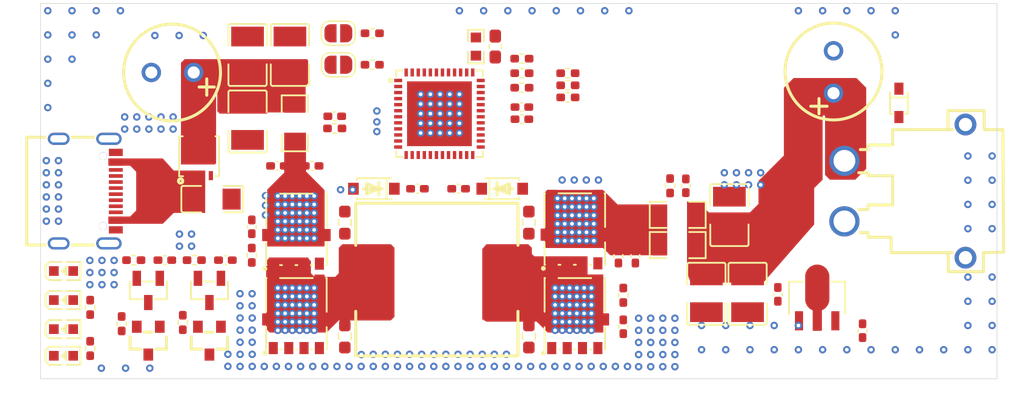
<source format=kicad_pcb>
(kicad_pcb (version 20240108) (generator "pcbnew") (generator_version "8.0")
  (layers (0 "F.Cu" signal) (31 "B.Cu" signal) (34 "B.Paste" user) (35 "F.Paste" user) (36 "B.SilkS" user "B.Silkscreen") (37 "F.SilkS" user "F.Silkscreen") (38 "B.Mask" user) (39 "F.Mask" user) (44 "Edge.Cuts" user))
  (net 0 "")
  (net 1 "VBUSR_Source")
  (net 2 "GND")
  (net 3 "VBUSL_Source")
  (net 4 "VBUSL_CIO")
  (net 5 "Net-(D1-K)")
  (net 6 "Net-(D2-K)")
  (net 7 "Net-(U1-CSN1)")
  (net 8 "Net-(U1-CSN2)")
  (net 9 "Net-(U1-VCCIO)")
  (net 10 "Net-(U1-VCC5V)")
  (net 11 "Net-(U1-NTC)")
  (net 12 "Net-(D3-A)")
  (net 13 "HLED")
  (net 14 "BAT-MODE")
  (net 15 "Net-(D3-C)")
  (net 16 "ISET-MODE")
  (net 17 "Net-(LED1-+)")
  (net 18 "Net-(LED1--)")
  (net 19 "Net-(LED3-+)")
  (net 20 "Net-(Q1-G)")
  (net 21 "CIO_CC2")
  (net 22 "CIO_CC1")
  (net 23 "Net-(U1-HG1)")
  (net 24 "Net-(U1-HG2)")
  (net 25 "Net-(U1-LG1)")
  (net 26 "Net-(U1-LG2)")
  (net 27 "Net-(U1-BAT_NUM)")
  (net 28 "Net-(U1-FCAP)")
  (net 29 "Net-(U1-VSET)")
  (net 30 "Net-(U1-ISET)")
  (net 31 "Net-(U1-ISET_MODE)")
  (net 32 "Net-(U1-BAT_MODE)")
  (net 33 "LED2{slash}SDA")
  (net 34 "LED1{slash}SCL")
  (net 36 "CIO_DP")
  (net 40 "CIO_DN")
  (net 49 "Net-(C2-Pad2)")
  (net 50 "Net-(QLB1-D)")
  (net 51 "Net-(QRB1-D)")
  (net 52 "Net-(C5-Pad1)")
  (net 53 "Net-(QLT1-D)")
  (net 54 "Net-(QRT1-D)")
  (net 55 "Net-(QLB1-G)")
  (net 56 "Net-(QLT1-G)")
  (net 57 "Net-(QRB1-G)")
  (net 58 "Net-(QRT1-G)")
  (net 59 "Net-(QE1-G)")
  (net 60 "Net-(QE2-G)")
  (footprint "easyeda2kicad:SOD-123_L2.6-W1.6-LS3.5-RD" (layer "F.Cu") (at 127.534 95.304 180)
    (property "Reference" "D1" (hide yes))
    (property "Value" "SMF30A_C364281")
    (pad "1" smd rect (at -1.69 0 180) (size 0.88 0.99) (layers "F.Cu" "F.Paste" "F.Mask") (net 5 "Net-(D1-K)"))
    (pad "2" smd rect (at 1.69 0 180) (size 0.88 0.99) (layers "F.Cu" "F.Paste" "F.Mask") (net 2 "GND"))
  )
  (footprint "Resistor_SMD:R_0402_1005Metric_Pad0.72x0.64mm_HandSolder" (layer "F.Cu") (at 139.76 86.96)
    (property "Reference" "R16" (hide yes))
    (property "Value" "6.2k")
    (pad "1" smd roundrect (at -0.5975 0) (size 0.715 0.64) (layers "F.Cu" "F.Paste" "F.Mask") (net 28 "Net-(U1-FCAP)"))
    (pad "2" smd roundrect (at 0.5975 0) (size 0.715 0.64) (layers "F.Cu" "F.Paste" "F.Mask") (net 2 "GND"))
  )
  (footprint "easyeda2kicad:R1206" (layer "F.Cu") (at 152.63 97.46)
    (property "Reference" "R17" (hide yes))
    (property "Value" "0.01")
    (pad "1" smd rect (at -1.48 0) (size 1.21 1.7) (layers "F.Cu" "F.Paste" "F.Mask") (net 54 "Net-(QRT1-D)"))
    (pad "2" smd rect (at 1.48 0) (size 1.21 1.7) (layers "F.Cu" "F.Paste" "F.Mask") (net 1 "VBUSR_Source"))
  )
  (footprint "Resistor_SMD:R_0402_1005Metric_Pad0.72x0.64mm_HandSolder" (layer "F.Cu") (at 127.4 82.4625 180)
    (property "Reference" "R13" (hide yes))
    (property "Value" "1k")
    (pad "1" smd roundrect (at -0.5975 0 180) (size 0.715 0.64) (layers "F.Cu" "F.Paste" "F.Mask") (net 32 "Net-(U1-BAT_MODE)"))
    (pad "2" smd roundrect (at 0.5975 0 180) (size 0.715 0.64) (layers "F.Cu" "F.Paste" "F.Mask") (net 14 "BAT-MODE"))
  )
  (footprint "Resistor_SMD:R_0603_1608Metric_Pad0.98x0.95mm_HandSolder" (layer "F.Cu") (at 125.134 107.504 -90)
    (property "Reference" "R6" (hide yes))
    (property "Value" "0")
    (pad "1" smd roundrect (at -0.9125 0 270) (size 0.975 0.95) (layers "F.Cu" "F.Paste" "F.Mask") (net 25 "Net-(U1-LG1)"))
    (pad "2" smd roundrect (at 0.9125 0 270) (size 0.975 0.95) (layers "F.Cu" "F.Paste" "F.Mask") (net 55 "Net-(QLB1-G)"))
  )
  (footprint "Capacitor_SMD:C_0402_1005Metric_Pad0.74x0.62mm_HandSolder" (layer "F.Cu") (at 139.76 88.56)
    (property "Reference" "C7" (hide yes))
    (property "Value" "1uF")
    (pad "1" smd roundrect (at -0.5675 0) (size 0.735 0.62) (layers "F.Cu" "F.Paste" "F.Mask") (net 9 "Net-(U1-VCCIO)"))
    (pad "2" smd roundrect (at 0.5675 0) (size 0.735 0.62) (layers "F.Cu" "F.Paste" "F.Mask") (net 2 "GND"))
  )
  (footprint "Capacitor_SMD:C_0402_1005Metric_Pad0.74x0.62mm_HandSolder" (layer "F.Cu") (at 122.4325 93.42)
    (property "Reference" "CLQ1" (hide yes))
    (property "Value" "100nf 100V")
    (pad "1" smd roundrect (at -0.5675 0) (size 0.735 0.62) (layers "F.Cu" "F.Paste" "F.Mask") (net 53 "Net-(QLT1-D)"))
    (pad "2" smd roundrect (at 0.5675 0) (size 0.735 0.62) (layers "F.Cu" "F.Paste" "F.Mask") (net 2 "GND"))
  )
  (footprint "Capacitor_SMD:C_0402_1005Metric_Pad0.74x0.62mm_HandSolder" (layer "F.Cu") (at 139.76 89.56)
    (property "Reference" "C8" (hide yes))
    (property "Value" "1uF")
    (pad "1" smd roundrect (at -0.5675 0) (size 0.735 0.62) (layers "F.Cu" "F.Paste" "F.Mask") (net 10 "Net-(U1-VCC5V)"))
    (pad "2" smd roundrect (at 0.5675 0) (size 0.735 0.62) (layers "F.Cu" "F.Paste" "F.Mask") (net 2 "GND"))
  )
  (footprint "Capacitor_SMD:C_0402_1005Metric_Pad0.74x0.62mm_HandSolder" (layer "F.Cu") (at 134.534 95.304)
    (property "Reference" "C4" (hide yes))
    (property "Value" "100nf 100V")
    (pad "1" smd roundrect (at -0.5675 0) (size 0.735 0.62) (layers "F.Cu" "F.Paste" "F.Mask") (net 6 "Net-(D2-K)"))
    (pad "2" smd roundrect (at 0.5675 0) (size 0.735 0.62) (layers "F.Cu" "F.Paste" "F.Mask") (net 51 "Net-(QRB1-D)"))
  )
  (footprint "Capacitor_SMD:C_0402_1005Metric_Pad0.74x0.62mm_HandSolder" (layer "F.Cu") (at 131.134 95.304)
    (property "Reference" "C3" (hide yes))
    (property "Value" "100nf 100V")
    (pad "1" smd roundrect (at -0.5675 0) (size 0.735 0.62) (layers "F.Cu" "F.Paste" "F.Mask") (net 5 "Net-(D1-K)"))
    (pad "2" smd roundrect (at 0.5675 0) (size 0.735 0.62) (layers "F.Cu" "F.Paste" "F.Mask") (net 50 "Net-(QLB1-D)"))
  )
  (footprint "easyeda2kicad:DFN-8_L3.3-W3.3-P0.65-BL" (layer "F.Cu") (at 113.1 93.4425)
    (property "Reference" "Q1" (hide yes))
    (property "Value" "WSD3066DN33")
    (pad "1" smd rect (at -0.97 0.78) (size 0.35 0.75) (layers "F.Cu" "F.Paste" "F.Mask") (net 4 "VBUSL_CIO"))
    (pad "2" smd rect (at -0.32 0.78) (size 0.35 0.75) (layers "F.Cu" "F.Paste" "F.Mask") (net 4 "VBUSL_CIO"))
    (pad "3" smd rect (at 0.32 0.78) (size 0.35 0.75) (layers "F.Cu" "F.Paste" "F.Mask") (net 4 "VBUSL_CIO"))
    (pad "4" smd rect (at 0.97 0.78) (size 0.35 0.75) (layers "F.Cu" "F.Paste" "F.Mask") (net 20 "Net-(Q1-G)"))
    (pad "5" smd custom (at 0 -0.78) (size 0.01 0.01) (layers "F.Cu" "F.Paste" "F.Mask") (net 3 "VBUSL_Source") (options (clearance outline) (anchor circle)) (primitives (gr_poly (pts (xy -1.23 0.58) (xy -1.23 -1.35) (xy -1.18 -1.35) (xy -1.18 -1.95) (xy -0.78 -1.95) (xy -0.78 -1.35) (xy -0.53 -1.35) (xy -0.53 -1.95) (xy -0.13 -1.95) (xy -0.13 -1.35) (xy 0.12 -1.35) (xy 0.12 -1.95) (xy 0.52 -1.95) (xy 0.52 -1.35) (xy 0.77 -1.35) (xy 0.77 -1.95) (xy 0.77 -1.35) (xy 0.77 -1.95) (xy 1.17 -1.95) (xy 1.17 -1.35) (xy 1.22 -1.35) (xy 1.22 0.58)) (width 0.1) (fill yes))))
  )
  (footprint "Jumper:SolderJumper-2_P1.3mm_Open_RoundedPad1.0x1.5mm" (layer "F.Cu") (at 124.6 82.4625 180)
    (property "Reference" "JP2" (hide yes))
    (property "Value" "SolderJumper_2_Open")
    (pad "1" smd custom (at -0.65 0 180) (size 1 0.5) (layers "F.Cu" "F.Mask") (net 14 "BAT-MODE") (options (clearance outline) (anchor rect)) (primitives (gr_circle (center 0 0.25) (end 0.5 0.25) (width 0) (fill yes)) (gr_circle (center 0 -0.25) (end 0.5 -0.25) (width 0) (fill yes)) (gr_poly (pts (xy 0.5 0.75) (xy 0 0.75) (xy 0 -0.75) (xy 0.5 -0.75)) (width 0) (fill yes))))
    (pad "2" smd custom (at 0.65 0 180) (size 1 0.5) (layers "F.Cu" "F.Mask") (net 2 "GND") (options (clearance outline) (anchor rect)) (primitives (gr_circle (center 0 0.25) (end 0.5 0.25) (width 0) (fill yes)) (gr_circle (center 0 -0.25) (end 0.5 -0.25) (width 0) (fill yes)) (gr_poly (pts (xy 0 0.75) (xy -0.5 0.75) (xy -0.5 -0.75) (xy 0 -0.75)) (width 0) (fill yes))))
  )
  (footprint "Resistor_SMD:R_0402_1005Metric_Pad0.72x0.64mm_HandSolder" (layer "F.Cu") (at 104.1 105.1025 -90)
    (property "Reference" "R7" (hide yes))
    (property "Value" "100")
    (pad "1" smd roundrect (at -0.5975 0 270) (size 0.715 0.64) (layers "F.Cu" "F.Paste" "F.Mask") (net 19 "Net-(LED3-+)"))
    (pad "2" smd roundrect (at 0.5975 0 270) (size 0.715 0.64) (layers "F.Cu" "F.Paste" "F.Mask") (net 33 "LED2{slash}SDA"))
  )
  (footprint "Capacitor_SMD:C_0402_1005Metric_Pad0.74x0.62mm_HandSolder" (layer "F.Cu") (at 117.45 98.45 -90)
    (property "Reference" "C2" (hide yes))
    (property "Value" "1.5nf 50V")
    (pad "1" smd roundrect (at -0.5675 0 270) (size 0.735 0.62) (layers "F.Cu" "F.Paste" "F.Mask") (net 2 "GND"))
    (pad "2" smd roundrect (at 0.5675 0 270) (size 0.735 0.62) (layers "F.Cu" "F.Paste" "F.Mask") (net 49 "Net-(C2-Pad2)"))
  )
  (footprint "Capacitor_SMD:C_0402_1005Metric_Pad0.74x0.62mm_HandSolder" (layer "F.Cu") (at 147.734 100.8715 -90)
    (property "Reference" "CRQ1" (hide yes))
    (property "Value" "100nf 100V")
    (pad "1" smd roundrect (at -0.5675 0 270) (size 0.735 0.62) (layers "F.Cu" "F.Paste" "F.Mask") (net 54 "Net-(QRT1-D)"))
    (pad "2" smd roundrect (at 0.5675 0 270) (size 0.735 0.62) (layers "F.Cu" "F.Paste" "F.Mask") (net 2 "GND"))
  )
  (footprint "easyeda2kicad:SOT-23_L2.9-W1.3-P1.90-LS2.4-BR" (layer "F.Cu") (at 108.9 107.8525 90)
    (property "Reference" "QE2" (hide yes))
    (property "Value" "2301_C334113")
    (pad "1" smd rect (at 1.15 0.95 270) (size 1 0.8) (layers "F.Cu" "F.Paste" "F.Mask") (net 60 "Net-(QE2-G)"))
    (pad "2" smd rect (at 1.15 -0.95 270) (size 1 0.8) (layers "F.Cu" "F.Paste" "F.Mask") (net 15 "Net-(D3-C)"))
    (pad "3" smd rect (at -1.15 0 270) (size 1 0.8) (layers "F.Cu" "F.Paste" "F.Mask") (net 22 "CIO_CC1"))
  )
  (footprint "easyeda2kicad:SOD-123_L2.6-W1.6-LS3.5-RD" (layer "F.Cu") (at 138.134 95.304)
    (property "Reference" "D2" (hide yes))
    (property "Value" "SMF30A_C364281")
    (pad "1" smd rect (at -1.69 0) (size 0.88 0.99) (layers "F.Cu" "F.Paste" "F.Mask") (net 6 "Net-(D2-K)"))
    (pad "2" smd rect (at 1.69 0) (size 0.88 0.99) (layers "F.Cu" "F.Paste" "F.Mask") (net 2 "GND"))
  )
  (footprint "Resistor_SMD:R_0402_1005Metric_Pad0.72x0.64mm_HandSolder" (layer "F.Cu") (at 152 95.06 -90)
    (property "Reference" "R11" (hide yes))
    (property "Value" "10")
    (pad "1" smd roundrect (at -0.5975 0 270) (size 0.715 0.64) (layers "F.Cu" "F.Paste" "F.Mask") (net 8 "Net-(U1-CSN2)"))
    (pad "2" smd roundrect (at 0.5975 0 270) (size 0.715 0.64) (layers "F.Cu" "F.Paste" "F.Mask") (net 54 "Net-(QRT1-D)"))
  )
  (footprint "easyeda2kicad:IND-SMD_L13.4-W12.6" (layer "F.Cu") (at 132.784 102.704)
    (property "Reference" "L1" (hide yes))
    (property "Value" "5.6uH")
    (pad "1" smd rect (at -5.65 0 90) (size 5 3.25) (layers "F.Cu" "F.Paste" "F.Mask") (net 50 "Net-(QLB1-D)"))
    (pad "2" smd rect (at 5.65 0 90) (size 5 3.25) (layers "F.Cu" "F.Paste" "F.Mask") (net 51 "Net-(QRB1-D)"))
  )
  (footprint "easyeda2kicad:DFN-5_L6.1-W5.1-P1.27-BL" (layer "F.Cu") (at 121.134 99.614)
    (property "Reference" "QLT1" (hide yes))
    (property "Value" "NTMFS5C670NLT1G" (hide yes))
    (pad "1" smd rect (at -1.91 1.88) (size 0.75 1) (layers "F.Cu" "F.Paste" "F.Mask") (net 50 "Net-(QLB1-D)"))
    (pad "2" smd rect (at -0.63 1.88) (size 0.75 1) (layers "F.Cu" "F.Paste" "F.Mask") (net 50 "Net-(QLB1-D)"))
    (pad "3" smd rect (at 0.63 1.88) (size 0.75 1) (layers "F.Cu" "F.Paste" "F.Mask") (net 50 "Net-(QLB1-D)"))
    (pad "4" smd rect (at 1.9 1.88) (size 0.75 1) (layers "F.Cu" "F.Paste" "F.Mask") (net 56 "Net-(QLT1-G)"))
    (pad "5" smd custom (at 0 -1.88) (size 0.01 0.01) (layers "F.Cu" "F.Paste" "F.Mask") (net 53 "Net-(QLT1-D)") (options (clearance outline) (anchor circle)) (primitives (gr_poly (pts (xy -2.28 2.27) (xy -2.28 1.85) (xy -2.78 1.85) (xy -2.78 0.94) (xy -2.28 0.94) (xy -2.28 -2.26) (xy -1.53 -2.26) (xy -1.53 -1.76) (xy 1.53 -1.76) (xy 1.53 -2.26) (xy 2.28 -2.26) (xy 2.28 0.94) (xy 2.78 0.94) (xy 2.78 1.85) (xy 2.28 1.85) (xy 2.28 2.27)) (width 0.1) (fill yes))))
  )
  (footprint "easyeda2kicad:C1210" (layer "F.Cu") (at 120.6 84.25 -90)
    (property "Reference" "CL2" (hide yes))
    (property "Value" "22uF")
    (pad "1" smd rect (at -1.52 0 270) (size 1.63 2.7) (layers "F.Cu" "F.Paste" "F.Mask") (net 2 "GND"))
    (pad "2" smd rect (at 1.52 0 270) (size 1.63 2.7) (layers "F.Cu" "F.Paste" "F.Mask") (net 3 "VBUSL_Source"))
  )
  (footprint "easyeda2kicad:R1206" (layer "F.Cu") (at 121 89.9 -90)
    (property "Reference" "R1" (hide yes))
    (property "Value" "0.005")
    (pad "1" smd rect (at -1.48 0 270) (size 1.21 1.7) (layers "F.Cu" "F.Paste" "F.Mask") (net 3 "VBUSL_Source"))
    (pad "2" smd rect (at 1.48 0 270) (size 1.21 1.7) (layers "F.Cu" "F.Paste" "F.Mask") (net 53 "Net-(QLT1-D)"))
  )
  (footprint "Resistor_SMD:R_0402_1005Metric_Pad0.72x0.64mm_HandSolder" (layer "F.Cu") (at 104.1 108.4975 90)
    (property "Reference" "R4" (hide yes))
    (property "Value" "100")
    (pad "1" smd roundrect (at -0.5975 0 90) (size 0.715 0.64) (layers "F.Cu" "F.Paste" "F.Mask") (net 17 "Net-(LED1-+)"))
    (pad "2" smd roundrect (at 0.5975 0 90) (size 0.715 0.64) (layers "F.Cu" "F.Paste" "F.Mask") (net 34 "LED1{slash}SCL"))
  )
  (footprint "Resistor_SMD:R_0402_1005Metric_Pad0.72x0.64mm_HandSolder" (layer "F.Cu") (at 111.75 106.35 -90)
    (property "Reference" "R25" (hide yes))
    (property "Value" "10k")
    (pad "1" smd roundrect (at -0.5975 0 270) (size 0.715 0.64) (layers "F.Cu" "F.Paste" "F.Mask") (net 59 "Net-(QE1-G)"))
    (pad "2" smd roundrect (at 0.5975 0 270) (size 0.715 0.64) (layers "F.Cu" "F.Paste" "F.Mask") (net 15 "Net-(D3-C)"))
  )
  (footprint "easyeda2kicad:CONN-TH_XT30PW-M" (layer "F.Cu") (at 171.4 95.5 90)
    (property "Reference" "CN1" (hide yes))
    (property "Value" "XT30PW-M")
    (pad "1" thru_hole circle (at -2.5 -5 90) (size 2.5 2.5) (drill 1.799996) (layers "*.Cu" "*.Mask") (net 2 "GND"))
    (pad "2" thru_hole circle (at 2.5 -5 90) (size 2.5 2.5) (drill 1.799996) (layers "*.Cu" "*.Mask") (net 1 "VBUSR_Source"))
    (pad "3" thru_hole circle (at 5.5 5 90) (size 1.8 1.8) (drill 1.100023) (layers "*.Cu" "*.Mask") (net 2 "GND"))
    (pad "4" thru_hole circle (at -5.5 5 90) (size 1.8 1.8) (drill 1.100023) (layers "*.Cu" "*.Mask") (net 2 "GND"))
  )
  (footprint "Resistor_SMD:R_0402_1005Metric_Pad0.72x0.64mm_HandSolder" (layer "F.Cu") (at 112.7 101.2025 180)
    (property "Reference" "R24" (hide yes))
    (property "Value" "1M")
    (pad "1" smd roundrect (at -0.5975 0 180) (size 0.715 0.64) (layers "F.Cu" "F.Paste" "F.Mask") (net 14 "BAT-MODE"))
    (pad "2" smd roundrect (at 0.5975 0 180) (size 0.715 0.64) (layers "F.Cu" "F.Paste" "F.Mask") (net 2 "GND"))
  )
  (footprint "Resistor_SMD:R_0402_1005Metric_Pad0.72x0.64mm_HandSolder" (layer "F.Cu") (at 148.134 104.104 90)
    (property "Reference" "R9" (hide yes))
    (property "Value" "2")
    (pad "1" smd roundrect (at -0.5975 0 90) (size 0.715 0.64) (layers "F.Cu" "F.Paste" "F.Mask") (net 52 "Net-(C5-Pad1)"))
    (pad "2" smd roundrect (at 0.5975 0 90) (size 0.715 0.64) (layers "F.Cu" "F.Paste" "F.Mask") (net 51 "Net-(QRB1-D)"))
  )
  (footprint "easyeda2kicad:C1210" (layer "F.Cu") (at 117.1 89.75 90)
    (property "Reference" "CL4" (hide yes))
    (property "Value" "22uF")
    (pad "1" smd rect (at -1.52 0 90) (size 1.63 2.7) (layers "F.Cu" "F.Paste" "F.Mask") (net 2 "GND"))
    (pad "2" smd rect (at 1.52 0 90) (size 1.63 2.7) (layers "F.Cu" "F.Paste" "F.Mask") (net 3 "VBUSL_Source"))
  )
  (footprint "Resistor_SMD:R_0603_1608Metric_Pad0.98x0.95mm_HandSolder" (layer "F.Cu") (at 140.334 98.104 -90)
    (property "Reference" "R10" (hide yes))
    (property "Value" "0")
    (pad "1" smd roundrect (at -0.9125 0 270) (size 0.975 0.95) (layers "F.Cu" "F.Paste" "F.Mask") (net 24 "Net-(U1-HG2)"))
    (pad "2" smd roundrect (at 0.9125 0 270) (size 0.975 0.95) (layers "F.Cu" "F.Paste" "F.Mask") (net 58 "Net-(QRT1-G)"))
  )
  (footprint "Capacitor_SMD:C_0402_1005Metric_Pad0.74x0.62mm_HandSolder" (layer "F.Cu") (at 115.2675 101.2025 180)
    (property "Reference" "C13" (hide yes))
    (property "Value" "100nf ")
    (pad "1" smd roundrect (at -0.5675 0 180) (size 0.735 0.62) (layers "F.Cu" "F.Paste" "F.Mask") (net 2 "GND"))
    (pad "2" smd roundrect (at 0.5675 0 180) (size 0.735 0.62) (layers "F.Cu" "F.Paste" "F.Mask") (net 14 "BAT-MODE"))
  )
  (footprint "Capacitor_SMD:C_0603_1608Metric_Pad1.08x0.95mm_HandSolder" (layer "F.Cu") (at 137.56 83.56 90)
    (property "Reference" "C9" (hide yes))
    (property "Value" "100nF")
    (pad "1" smd roundrect (at -0.8625 0 90) (size 1.075 0.95) (layers "F.Cu" "F.Paste" "F.Mask") (net 11 "Net-(U1-NTC)"))
    (pad "2" smd roundrect (at 0.8625 0 90) (size 1.075 0.95) (layers "F.Cu" "F.Paste" "F.Mask") (net 2 "GND"))
  )
  (footprint "easyeda2kicad:C1210" (layer "F.Cu") (at 156.9 97.48 -90)
    (property "Reference" "CR4" (hide yes))
    (property "Value" "22uF")
    (pad "1" smd rect (at -1.52 0 270) (size 1.63 2.7) (layers "F.Cu" "F.Paste" "F.Mask") (net 2 "GND"))
    (pad "2" smd rect (at 1.52 0 270) (size 1.63 2.7) (layers "F.Cu" "F.Paste" "F.Mask") (net 1 "VBUSR_Source"))
  )
  (footprint "Capacitor_SMD:C_0402_1005Metric_Pad0.74x0.62mm_HandSolder" (layer "F.Cu") (at 160.9 104.0275 90)
    (property "Reference" "C10" (hide yes))
    (property "Value" "2.2uF")
    (pad "1" smd roundrect (at -0.5675 0 90) (size 0.735 0.62) (layers "F.Cu" "F.Paste" "F.Mask") (net 2 "GND"))
    (pad "2" smd roundrect (at 0.5675 0 90) (size 0.735 0.62) (layers "F.Cu" "F.Paste" "F.Mask") (net 1 "VBUSR_Source"))
  )
  (footprint "Capacitor_SMD:C_0402_1005Metric_Pad0.74x0.62mm_HandSolder" (layer "F.Cu") (at 119.5675 93.42 180)
    (property "Reference" "CLQ2" (hide yes))
    (property "Value" "100nf 100V")
    (pad "1" smd roundrect (at -0.5675 0 180) (size 0.735 0.62) (layers "F.Cu" "F.Paste" "F.Mask") (net 53 "Net-(QLT1-D)"))
    (pad "2" smd roundrect (at 0.5675 0 180) (size 0.735 0.62) (layers "F.Cu" "F.Paste" "F.Mask") (net 2 "GND"))
  )
  (footprint "easyeda2kicad:SOT-23-3_L2.9-W1.3-P1.90-LS2.4-BR" (layer "F.Cu") (at 108.9 103.7025 90)
    (property "Reference" "QE3" (hide yes))
    (property "Value" "2N7002")
    (pad "1" smd rect (at 1 0.95 90) (size 1.25 0.7) (layers "F.Cu" "F.Paste" "F.Mask") (net 13 "HLED"))
    (pad "2" smd rect (at 1 -0.95 90) (size 1.25 0.7) (layers "F.Cu" "F.Paste" "F.Mask") (net 2 "GND"))
    (pad "3" smd rect (at -1 0 90) (size 1.25 0.7) (layers "F.Cu" "F.Paste" "F.Mask") (net 60 "Net-(QE2-G)"))
  )
  (footprint "easyeda2kicad:CAP-TH_BD8.0-P3.50-D0.6-FD" (layer "F.Cu") (at 110.9 85.7 180)
    (property "Reference" "CL1" (hide yes))
    (property "Value" "220uF")
    (pad "1" thru_hole circle (at -1.75 0 270) (size 1.6 1.6) (drill 0.999998) (layers "*.Cu" "*.Mask") (net 3 "VBUSL_Source"))
    (pad "2" thru_hole circle (at 1.75 0 270) (size 1.6 1.6) (drill 0.999998) (layers "*.Cu" "*.Mask") (net 2 "GND"))
  )
  (footprint "easyeda2kicad:DFN-5_L6.1-W5.1-P1.27-BL" (layer "F.Cu") (at 121.134 106.584)
    (property "Reference" "QLB1" (hide yes))
    (property "Value" "NTMFS5C670NLT1G" (hide yes))
    (pad "1" smd rect (at -1.91 1.88) (size 0.75 1) (layers "F.Cu" "F.Paste" "F.Mask") (net 2 "GND"))
    (pad "2" smd rect (at -0.63 1.88) (size 0.75 1) (layers "F.Cu" "F.Paste" "F.Mask") (net 2 "GND"))
    (pad "3" smd rect (at 0.63 1.88) (size 0.75 1) (layers "F.Cu" "F.Paste" "F.Mask") (net 2 "GND"))
    (pad "4" smd rect (at 1.9 1.88) (size 0.75 1) (layers "F.Cu" "F.Paste" "F.Mask") (net 55 "Net-(QLB1-G)"))
    (pad "5" smd custom (at 0 -1.88) (size 0.01 0.01) (layers "F.Cu" "F.Paste" "F.Mask") (net 50 "Net-(QLB1-D)") (options (clearance outline) (anchor circle)) (primitives (gr_poly (pts (xy -2.28 2.27) (xy -2.28 1.85) (xy -2.78 1.85) (xy -2.78 0.94) (xy -2.28 0.94) (xy -2.28 -2.26) (xy -1.53 -2.26) (xy -1.53 -1.76) (xy 1.53 -1.76) (xy 1.53 -2.26) (xy 2.28 -2.26) (xy 2.28 0.94) (xy 2.78 0.94) (xy 2.78 1.85) (xy 2.28 1.85) (xy 2.28 2.27)) (width 0.1) (fill yes))))
  )
  (footprint "Resistor_SMD:R_0402_1005Metric_Pad0.72x0.64mm_HandSolder" (layer "F.Cu") (at 107.7 101.2025 180)
    (property "Reference" "R22" (hide yes))
    (property "Value" "1M")
    (pad "1" smd roundrect (at -0.5975 0 180) (size 0.715 0.64) (layers "F.Cu" "F.Paste" "F.Mask") (net 13 "HLED"))
    (pad "2" smd roundrect (at 0.5975 0 180) (size 0.715 0.64) (layers "F.Cu" "F.Paste" "F.Mask") (net 2 "GND"))
  )
  (footprint "easyeda2kicad:C1210" (layer "F.Cu") (at 117.1 84.25 -90)
    (property "Reference" "CL3" (hide yes))
    (property "Value" "22uF")
    (pad "1" smd rect (at -1.52 0 270) (size 1.63 2.7) (layers "F.Cu" "F.Paste" "F.Mask") (net 2 "GND"))
    (pad "2" smd rect (at 1.52 0 270) (size 1.63 2.7) (layers "F.Cu" "F.Paste" "F.Mask") (net 3 "VBUSL_Source"))
  )
  (footprint "easyeda2kicad:SOT-23-3_L2.9-W1.3-P1.90-LS2.4-BR" (layer "F.Cu") (at 113.95 103.7025 90)
    (property "Reference" "QE4" (hide yes))
    (property "Value" "2N7002")
    (pad "1" smd rect (at 1 0.95 90) (size 1.25 0.7) (layers "F.Cu" "F.Paste" "F.Mask") (net 14 "BAT-MODE"))
    (pad "2" smd rect (at 1 -0.95 90) (size 1.25 0.7) (layers "F.Cu" "F.Paste" "F.Mask") (net 2 "GND"))
    (pad "3" smd rect (at -1 0 90) (size 1.25 0.7) (layers "F.Cu" "F.Paste" "F.Mask") (net 59 "Net-(QE1-G)"))
  )
  (footprint "easyeda2kicad:LED0603-RD" (layer "F.Cu") (at 101.9 102.1)
    (property "Reference" "LED4" (hide yes))
    (property "Value" "100%")
    (pad "1" smd rect (at -0.8 0 90) (size 0.8 0.8) (layers "F.Cu" "F.Paste" "F.Mask") (net 19 "Net-(LED3-+)"))
    (pad "2" smd rect (at 0.8 0 90) (size 0.8 0.8) (layers "F.Cu" "F.Paste" "F.Mask") (net 18 "Net-(LED1--)"))
  )
  (footprint "easyeda2kicad:QFN-48_L7.0-W7.0-P0.50-TL-EP5.4-1" (layer "F.Cu") (at 132.95 89.11)
    (property "Reference" "U1" (hide yes))
    (property "Value" "IP2368_BZ_VGLIP_C5203723")
    (pad "1" smd rect (at -3.41 -2.75) (size 0.66 0.28) (layers "F.Cu" "F.Paste" "F.Mask"))
    (pad "2" smd rect (at -3.41 -2.25) (size 0.66 0.28) (layers "F.Cu" "F.Paste" "F.Mask"))
    (pad "3" smd rect (at -3.41 -1.75) (size 0.66 0.28) (layers "F.Cu" "F.Paste" "F.Mask"))
    (pad "4" smd rect (at -3.41 -1.25) (size 0.66 0.28) (layers "F.Cu" "F.Paste" "F.Mask") (net 18 "Net-(LED1--)"))
    (pad "5" smd rect (at -3.41 -0.75) (size 0.66 0.28) (layers "F.Cu" "F.Paste" "F.Mask") (net 13 "HLED"))
    (pad "6" smd rect (at -3.41 -0.25) (size 0.66 0.28) (layers "F.Cu" "F.Paste" "F.Mask"))
    (pad "7" smd rect (at -3.41 0.25) (size 0.66 0.28) (layers "F.Cu" "F.Paste" "F.Mask"))
    (pad "8" smd rect (at -3.41 0.75) (size 0.66 0.28) (layers "F.Cu" "F.Paste" "F.Mask") (net 4 "VBUSL_CIO"))
    (pad "9" smd rect (at -3.41 1.25) (size 0.66 0.28) (layers "F.Cu" "F.Paste" "F.Mask") (net 20 "Net-(Q1-G)"))
    (pad "10" smd rect (at -3.41 1.75) (size 0.66 0.28) (layers "F.Cu" "F.Paste" "F.Mask") (net 3 "VBUSL_Source"))
    (pad "11" smd rect (at -3.41 2.25) (size 0.66 0.28) (layers "F.Cu" "F.Paste" "F.Mask") (net 2 "GND"))
    (pad "12" smd rect (at -3.41 2.75) (size 0.66 0.28) (layers "F.Cu" "F.Paste" "F.Mask") (net 3 "VBUSL_Source"))
    (pad "13" smd rect (at -2.75 3.41) (size 0.28 0.66) (layers "F.Cu" "F.Paste" "F.Mask") (net 3 "VBUSL_Source"))
    (pad "14" smd rect (at -2.25 3.41) (size 0.28 0.66) (layers "F.Cu" "F.Paste" "F.Mask") (net 7 "Net-(U1-CSN1)"))
    (pad "15" smd rect (at -1.75 3.41) (size 0.28 0.66) (layers "F.Cu" "F.Paste" "F.Mask") (net 53 "Net-(QLT1-D)"))
    (pad "16" smd rect (at -1.25 3.41) (size 0.28 0.66) (layers "F.Cu" "F.Paste" "F.Mask") (net 23 "Net-(U1-HG1)"))
    (pad "17" smd rect (at -0.75 3.41) (size 0.28 0.66) (layers "F.Cu" "F.Paste" "F.Mask") (net 5 "Net-(D1-K)"))
    (pad "18" smd rect (at -0.25 3.41) (size 0.28 0.66) (layers "F.Cu" "F.Paste" "F.Mask") (net 50 "Net-(QLB1-D)"))
    (pad "19" smd rect (at 0.25 3.41) (size 0.28 0.66) (layers "F.Cu" "F.Paste" "F.Mask") (net 25 "Net-(U1-LG1)"))
    (pad "20" smd rect (at 0.75 3.41) (size 0.28 0.66) (layers "F.Cu" "F.Paste" "F.Mask") (net 26 "Net-(U1-LG2)"))
    (pad "21" smd rect (at 1.25 3.41) (size 0.28 0.66) (layers "F.Cu" "F.Paste" "F.Mask") (net 51 "Net-(QRB1-D)"))
    (pad "22" smd rect (at 1.75 3.41) (size 0.28 0.66) (layers "F.Cu" "F.Paste" "F.Mask") (net 6 "Net-(D2-K)"))
    (pad "23" smd rect (at 2.25 3.41) (size 0.28 0.66) (layers "F.Cu" "F.Paste" "F.Mask") (net 24 "Net-(U1-HG2)"))
    (pad "24" smd rect (at 2.75 3.41) (size 0.28 0.66) (layers "F.Cu" "F.Paste" "F.Mask") (net 54 "Net-(QRT1-D)"))
    (pad "25" smd rect (at 3.41 2.75) (size 0.66 0.28) (layers "F.Cu" "F.Paste" "F.Mask") (net 8 "Net-(U1-CSN2)"))
    (pad "26" smd rect (at 3.41 2.25) (size 0.66 0.28) (layers "F.Cu" "F.Paste" "F.Mask") (net 1 "VBUSR_Source"))
    (pad "27" smd rect (at 3.41 1.75) (size 0.66 0.28) (layers "F.Cu" "F.Paste" "F.Mask") (net 1 "VBUSR_Source"))
    (pad "28" smd rect (at 3.41 1.25) (size 0.66 0.28) (layers "F.Cu" "F.Paste" "F.Mask"))
    (pad "29" smd rect (at 3.41 0.75) (size 0.66 0.28) (layers "F.Cu" "F.Paste" "F.Mask") (net 10 "Net-(U1-VCC5V)"))
    (pad "30" smd rect (at 3.41 0.25) (size 0.66 0.28) (layers "F.Cu" "F.Paste" "F.Mask") (net 2 "GND"))
    (pad "31" smd rect (at 3.41 -0.25) (size 0.66 0.28) (layers "F.Cu" "F.Paste" "F.Mask"))
    (pad "32" smd rect (at 3.41 -0.75) (size 0.66 0.28) (layers "F.Cu" "F.Paste" "F.Mask") (net 9 "Net-(U1-VCCIO)"))
    (pad "33" smd rect (at 3.41 -1.25) (size 0.66 0.28) (layers "F.Cu" "F.Paste" "F.Mask") (net 27 "Net-(U1-BAT_NUM)"))
    (pad "34" smd rect (at 3.41 -1.75) (size 0.66 0.28) (layers "F.Cu" "F.Paste" "F.Mask") (net 28 "Net-(U1-FCAP)"))
    (pad "35" smd rect (at 3.41 -2.25) (size 0.66 0.28) (layers "F.Cu" "F.Paste" "F.Mask") (net 29 "Net-(U1-VSET)"))
    (pad "36" smd rect (at 3.41 -2.75) (size 0.66 0.28) (layers "F.Cu" "F.Paste" "F.Mask") (net 30 "Net-(U1-ISET)"))
    (pad "37" smd rect (at 2.75 -3.41) (size 0.28 0.66) (layers "F.Cu" "F.Paste" "F.Mask") (net 11 "Net-(U1-NTC)"))
    (pad "38" smd rect (at 2.25 -3.41) (size 0.28 0.66) (layers "F.Cu" "F.Paste" "F.Mask") (net 21 "CIO_CC2"))
    (pad "39" smd rect (at 1.75 -3.41) (size 0.28 0.66) (layers "F.Cu" "F.Paste" "F.Mask") (net 36 "CIO_DP"))
    (pad "40" smd rect (at 1.25 -3.41) (size 0.28 0.66) (layers "F.Cu" "F.Paste" "F.Mask") (net 40 "CIO_DN"))
    (pad "41" smd rect (at 0.75 -3.41) (size 0.28 0.66) (layers "F.Cu" "F.Paste" "F.Mask") (net 22 "CIO_CC1"))
    (pad "42" smd rect (at 0.25 -3.41) (size 0.28 0.66) (layers "F.Cu" "F.Paste" "F.Mask") (net 33 "LED2{slash}SDA"))
    (pad "43" smd rect (at -0.25 -3.41) (size 0.28 0.66) (layers "F.Cu" "F.Paste" "F.Mask") (net 34 "LED1{slash}SCL"))
    (pad "44" smd rect (at -0.75 -3.41) (size 0.28 0.66) (layers "F.Cu" "F.Paste" "F.Mask"))
    (pad "45" smd rect (at -1.25 -3.41) (size 0.28 0.66) (layers "F.Cu" "F.Paste" "F.Mask"))
    (pad "46" smd rect (at -1.75 -3.41) (size 0.28 0.66) (layers "F.Cu" "F.Paste" "F.Mask") (net 32 "Net-(U1-BAT_MODE)"))
    (pad "47" smd rect (at -2.25 -3.41) (size 0.28 0.66) (layers "F.Cu" "F.Paste" "F.Mask") (net 31 "Net-(U1-ISET_MODE)"))
    (pad "48" smd rect (at -2.75 -3.41) (size 0.28 0.66) (layers "F.Cu" "F.Paste" "F.Mask"))
    (pad "49" smd rect (at 0 0) (size 5.35 5.35) (layers "F.Cu" "F.Paste" "F.Mask") (net 2 "GND"))
  )
  (footprint "Capacitor_SMD:C_0402_1005Metric_Pad0.74x0.62mm_HandSolder" (layer "F.Cu") (at 153.3 95.06 -90)
    (property "Reference" "C6" (hide yes))
    (property "Value" "1uF")
    (pad "1" smd roundrect (at -0.5675 0 270) (size 0.735 0.62) (layers "F.Cu" "F.Paste" "F.Mask") (net 8 "Net-(U1-CSN2)"))
    (pad "2" smd roundrect (at 0.5675 0 270) (size 0.735 0.62) (layers "F.Cu" "F.Paste" "F.Mask") (net 1 "VBUSR_Source"))
  )
  (footprint "easyeda2kicad:R1206" (layer "F.Cu") (at 152.63 99.96)
    (property "Reference" "R18" (hide yes))
    (property "Value" "0.01")
    (pad "1" smd rect (at -1.48 0) (size 1.21 1.7) (layers "F.Cu" "F.Paste" "F.Mask") (net 54 "Net-(QRT1-D)"))
    (pad "2" smd rect (at 1.48 0) (size 1.21 1.7) (layers "F.Cu" "F.Paste" "F.Mask") (net 1 "VBUSR_Source"))
  )
  (footprint "Resistor_SMD:R_0402_1005Metric_Pad0.72x0.64mm_HandSolder" (layer "F.Cu") (at 106.7 106.4525 -90)
    (property "Reference" "R23" (hide yes))
    (property "Value" "10k")
    (pad "1" smd roundrect (at -0.5975 0 270) (size 0.715 0.64) (layers "F.Cu" "F.Paste" "F.Mask") (net 60 "Net-(QE2-G)"))
    (pad "2" smd roundrect (at 0.5975 0 270) (size 0.715 0.64) (layers "F.Cu" "F.Paste" "F.Mask") (net 15 "Net-(D3-C)"))
  )
  (footprint "easyeda2kicad:C1210" (layer "F.Cu") (at 155 103.98 90)
    (property "Reference" "CR3" (hide yes))
    (property "Value" "22uF")
    (pad "1" smd rect (at -1.52 0 90) (size 1.63 2.7) (layers "F.Cu" "F.Paste" "F.Mask") (net 2 "GND"))
    (pad "2" smd rect (at 1.52 0 90) (size 1.63 2.7) (layers "F.Cu" "F.Paste" "F.Mask") (net 1 "VBUSR_Source"))
  )
  (footprint "easyeda2kicad:DFN-5_L6.1-W5.1-P1.27-BL" (layer "F.Cu") (at 144.134 106.584)
    (property "Reference" "QRB1" (hide yes))
    (property "Value" "NTMFS5C670NLT1G")
    (pad "1" smd rect (at -1.91 1.88) (size 0.75 1) (layers "F.Cu" "F.Paste" "F.Mask") (net 2 "GND"))
    (pad "2" smd rect (at -0.63 1.88) (size 0.75 1) (layers "F.Cu" "F.Paste" "F.Mask") (net 2 "GND"))
    (pad "3" smd rect (at 0.63 1.88) (size 0.75 1) (layers "F.Cu" "F.Paste" "F.Mask") (net 2 "GND"))
    (pad "4" smd rect (at 1.9 1.88) (size 0.75 1) (layers "F.Cu" "F.Paste" "F.Mask") (net 57 "Net-(QRB1-G)"))
    (pad "5" smd custom (at 0 -1.88) (size 0.01 0.01) (layers "F.Cu" "F.Paste" "F.Mask") (net 51 "Net-(QRB1-D)") (options (clearance outline) (anchor circle)) (primitives (gr_poly (pts (xy -2.28 2.27) (xy -2.28 1.85) (xy -2.78 1.85) (xy -2.78 0.94) (xy -2.28 0.94) (xy -2.28 -2.26) (xy -1.53 -2.26) (xy -1.53 -1.76) (xy 1.53 -1.76) (xy 1.53 -2.26) (xy 2.28 -2.26) (xy 2.28 0.94) (xy 2.78 0.94) (xy 2.78 1.85) (xy 2.28 1.85) (xy 2.28 2.27)) (width 0.1) (fill yes))))
  )
  (footprint "Resistor_SMD:R_0402_1005Metric_Pad0.72x0.64mm_HandSolder" (layer "F.Cu") (at 124.3 90.32 180)
    (property "Reference" "R2" (hide yes))
    (property "Value" "10")
    (pad "1" smd roundrect (at -0.5975 0 180) (size 0.715 0.64) (layers "F.Cu" "F.Paste" "F.Mask") (net 7 "Net-(U1-CSN1)"))
    (pad "2" smd roundrect (at 0.5975 0 180) (size 0.715 0.64) (layers "F.Cu" "F.Paste" "F.Mask") (net 53 "Net-(QLT1-D)"))
  )
  (footprint "easyeda2kicad:LED0603-RD" (layer "F.Cu") (at 101.9 106.9)
    (property "Reference" "LED2" (hide yes))
    (property "Value" "50%")
    (pad "1" smd rect (at -0.8 0 90) (size 0.8 0.8) (layers "F.Cu" "F.Paste" "F.Mask") (net 17 "Net-(LED1-+)"))
    (pad "2" smd rect (at 0.8 0 90) (size 0.8 0.8) (layers "F.Cu" "F.Paste" "F.Mask") (net 18 "Net-(LED1--)"))
  )
  (footprint "easyeda2kicad:USB-C-SMD_TYPE-C16PIN" (layer "F.Cu") (at 103.86 95.5 -90)
    (property "Reference" "USB1" (hide yes))
    (property "Value" "TYPE-C16PIN")
    (pad "" thru_hole circle (at -2.89 -1.29 270) (size 0.65 0.65) (drill 0.65) (layers "*.Cu" "*.Mask"))
    (pad "" thru_hole circle (at 2.89 -1.29 270) (size 0.65 0.65) (drill 0.65) (layers "*.Cu" "*.Mask"))
    (pad "1" thru_hole oval (at -4.32 -1.79 270) (size 1 2.1) (drill oval 0.599999 1.700022) (layers "*.Cu" "*.Mask") (net 2 "GND"))
    (pad "2" thru_hole oval (at 4.32 -1.79 270) (size 1 2.1) (drill oval 0.599999 1.700022) (layers "*.Cu" "*.Mask") (net 2 "GND"))
    (pad "3" thru_hole oval (at -4.32 2.36 270) (size 1 1.8) (drill oval 0.599999 1.399997) (layers "*.Cu" "*.Mask") (net 2 "GND"))
    (pad "4" thru_hole oval (at 4.32 2.36 270) (size 1 1.8) (drill oval 0.599999 1.399997) (layers "*.Cu" "*.Mask") (net 2 "GND"))
    (pad "A1B12" smd rect (at -3.2 -2.36 270) (size 0.6 1.15) (layers "F.Cu" "F.Paste" "F.Mask") (net 2 "GND"))
    (pad "A4B9" smd rect (at -2.4 -2.36 270) (size 0.6 1.15) (layers "F.Cu" "F.Paste" "F.Mask") (net 4 "VBUSL_CIO"))
    (pad "A5" smd rect (at -1.25 -2.36 270) (size 0.3 1.15) (layers "F.Cu" "F.Paste" "F.Mask") (net 22 "CIO_CC1"))
    (pad "A6" smd rect (at -0.25 -2.36 270) (size 0.3 1.15) (layers "F.Cu" "F.Paste" "F.Mask") (net 36 "CIO_DP"))
    (pad "A7" smd rect (at 0.25 -2.36 270) (size 0.3 1.15) (layers "F.Cu" "F.Paste" "F.Mask") (net 40 "CIO_DN"))
    (pad "A8" smd rect (at 1.25 -2.36 270) (size 0.3 1.15) (layers "F.Cu" "F.Paste" "F.Mask"))
    (pad "B1A12" smd rect (at 3.2 -2.36 270) (size 0.6 1.15) (layers "F.Cu" "F.Paste" "F.Mask") (net 2 "GND"))
    (pad "B4A9" smd rect (at 2.4 -2.36 270) (size 0.6 1.15) (layers "F.Cu" "F.Paste" "F.Mask") (net 4 "VBUSL_CIO"))
    (pad "B5" smd rect (at 1.75 -2.36 270) (size 0.3 1.15) (layers "F.Cu" "F.Paste" "F.Mask") (net 21 "CIO_CC2"))
    (pad "B6" smd rect (at 0.75 -2.36 270) (size 0.3 1.15) (layers "F.Cu" "F.Paste" "F.Mask") (net 36 "CIO_DP"))
    (pad "B7" smd rect (at -0.75 -2.36 270) (size 0.3 1.15) (layers "F.Cu" "F.Paste" "F.Mask") (net 40 "CIO_DN"))
    (pad "B8" smd rect (at -1.75 -2.36 270) (size 0.3 1.15) (layers "F.Cu" "F.Paste" "F.Mask"))
  )
  (footprint "Capacitor_SMD:C_0402_1005Metric_Pad0.74x0.62mm_HandSolder" (layer "F.Cu") (at 149.134 100.8715 -90)
    (property "Reference" "CRQ2" (hide yes))
    (property "Value" "100nf 100V")
    (pad "1" smd roundrect (at -0.5675 0 270) (size 0.735 0.62) (layers "F.Cu" "F.Paste" "F.Mask") (net 54 "Net-(QRT1-D)"))
    (pad "2" smd roundrect (at 0.5675 0 270) (size 0.735 0.62) (layers "F.Cu" "F.Paste" "F.Mask") (net 2 "GND"))
  )
  (footprint "Resistor_SMD:R_0402_1005Metric_Pad0.72x0.64mm_HandSolder" (layer "F.Cu") (at 139.76 84.56)
    (property "Reference" "R14" (hide yes))
    (property "Value" "25k")
    (pad "1" smd roundrect (at -0.5975 0) (size 0.715 0.64) (layers "F.Cu" "F.Paste" "F.Mask") (net 30 "Net-(U1-ISET)"))
    (pad "2" smd roundrect (at 0.5975 0) (size 0.715 0.64) (layers "F.Cu" "F.Paste" "F.Mask") (net 2 "GND"))
  )
  (footprint "easyeda2kicad:SOD-323_L1.8-W1.3-LS2.5-RD" (layer "F.Cu") (at 170.9 88.21 -90)
    (property "Reference" "D3" (hide yes))
    (property "Value" "1SS355_C2892574")
    (pad "1" smd rect (at -1.17 0 270) (size 1 0.75) (layers "F.Cu" "F.Paste" "F.Mask") (net 15 "Net-(D3-C)"))
    (pad "2" smd rect (at 1.17 0 270) (size 1 0.75) (layers "F.Cu" "F.Paste" "F.Mask") (net 12 "Net-(D3-A)"))
  )
  (footprint "Capacitor_SMD:C_0402_1005Metric_Pad0.74x0.62mm_HandSolder" (layer "F.Cu") (at 167.9 107.0275 90)
    (property "Reference" "C11" (hide yes))
    (property "Value" "2.2uF")
    (pad "1" smd roundrect (at -0.5675 0 90) (size 0.735 0.62) (layers "F.Cu" "F.Paste" "F.Mask") (net 2 "GND"))
    (pad "2" smd roundrect (at 0.5675 0 90) (size 0.735 0.62) (layers "F.Cu" "F.Paste" "F.Mask") (net 12 "Net-(D3-A)"))
  )
  (footprint "Resistor_SMD:R_0402_1005Metric_Pad0.72x0.64mm_HandSolder" (layer "F.Cu") (at 143.56 85.76)
    (property "Reference" "R19" (hide yes))
    (property "Value" "13k")
    (pad "1" smd roundrect (at -0.5975 0) (size 0.715 0.64) (layers "F.Cu" "F.Paste" "F.Mask") (net 27 "Net-(U1-BAT_NUM)"))
    (pad "2" smd roundrect (at 0.5975 0) (size 0.715 0.64) (layers "F.Cu" "F.Paste" "F.Mask") (net 2 "GND"))
  )
  (footprint "easyeda2kicad:R0603" (layer "F.Cu") (at 135.96 83.56 90)
    (property "Reference" "RNTC1" (hide yes))
    (property "Value" "10k")
    (pad "1" smd rect (at -0.75 0 90) (size 0.81 0.86) (layers "F.Cu" "F.Paste" "F.Mask") (net 11 "Net-(U1-NTC)"))
    (pad "2" smd rect (at 0.75 0 90) (size 0.81 0.86) (layers "F.Cu" "F.Paste" "F.Mask") (net 2 "GND"))
  )
  (footprint "Jumper:SolderJumper-2_P1.3mm_Open_RoundedPad1.0x1.5mm" (layer "F.Cu") (at 124.6 85.0625 180)
    (property "Reference" "JP1" (hide yes))
    (property "Value" "SolderJumper_2_Open")
    (pad "1" smd custom (at -0.65 0 180) (size 1 0.5) (layers "F.Cu" "F.Mask") (net 16 "ISET-MODE") (options (clearance outline) (anchor rect)) (primitives (gr_circle (center 0 0.25) (end 0.5 0.25) (width 0) (fill yes)) (gr_circle (center 0 -0.25) (end 0.5 -0.25) (width 0) (fill yes)) (gr_poly (pts (xy 0.5 0.75) (xy 0 0.75) (xy 0 -0.75) (xy 0.5 -0.75)) (width 0) (fill yes))))
    (pad "2" smd custom (at 0.65 0 180) (size 1 0.5) (layers "F.Cu" "F.Mask") (net 2 "GND") (options (clearance outline) (anchor rect)) (primitives (gr_circle (center 0 0.25) (end 0.5 0.25) (width 0) (fill yes)) (gr_circle (center 0 -0.25) (end 0.5 -0.25) (width 0) (fill yes)) (gr_poly (pts (xy 0 0.75) (xy -0.5 0.75) (xy -0.5 -0.75) (xy 0 -0.75)) (width 0) (fill yes))))
  )
  (footprint "easyeda2kicad:DFN-5_L6.1-W5.1-P1.27-BL" (layer "F.Cu") (at 144.134 99.584)
    (property "Reference" "QRT1" (hide yes))
    (property "Value" "NTMFS5C670NLT1G" (hide yes))
    (pad "1" smd rect (at -1.91 1.88) (size 0.75 1) (layers "F.Cu" "F.Paste" "F.Mask") (net 51 "Net-(QRB1-D)"))
    (pad "2" smd rect (at -0.63 1.88) (size 0.75 1) (layers "F.Cu" "F.Paste" "F.Mask") (net 51 "Net-(QRB1-D)"))
    (pad "3" smd rect (at 0.63 1.88) (size 0.75 1) (layers "F.Cu" "F.Paste" "F.Mask") (net 51 "Net-(QRB1-D)"))
    (pad "4" smd rect (at 1.9 1.88) (size 0.75 1) (layers "F.Cu" "F.Paste" "F.Mask") (net 58 "Net-(QRT1-G)"))
    (pad "5" smd custom (at 0 -1.88) (size 0.01 0.01) (layers "F.Cu" "F.Paste" "F.Mask") (net 54 "Net-(QRT1-D)") (options (clearance outline) (anchor circle)) (primitives (gr_poly (pts (xy -2.28 2.27) (xy -2.28 1.85) (xy -2.78 1.85) (xy -2.78 0.94) (xy -2.28 0.94) (xy -2.28 -2.26) (xy -1.53 -2.26) (xy -1.53 -1.76) (xy 1.53 -1.76) (xy 1.53 -2.26) (xy 2.28 -2.26) (xy 2.28 0.94) (xy 2.78 0.94) (xy 2.78 1.85) (xy 2.28 1.85) (xy 2.28 2.27)) (width 0.1) (fill yes))))
  )
  (footprint "Resistor_SMD:R_0402_1005Metric_Pad0.72x0.64mm_HandSolder" (layer "F.Cu") (at 143.56 86.76)
    (property "Reference" "R20" (hide yes))
    (property "Value" "18k")
    (pad "1" smd roundrect (at -0.5975 0) (size 0.715 0.64) (layers "F.Cu" "F.Paste" "F.Mask") (net 27 "Net-(U1-BAT_NUM)"))
    (pad "2" smd roundrect (at 0.5975 0) (size 0.715 0.64) (layers "F.Cu" "F.Paste" "F.Mask") (net 2 "GND"))
  )
  (footprint "Resistor_SMD:R_0402_1005Metric_Pad0.72x0.64mm_HandSolder" (layer "F.Cu") (at 127.3975 85.0625 180)
    (property "Reference" "R12" (hide yes))
    (property "Value" "1k")
    (pad "1" smd roundrect (at -0.5975 0 180) (size 0.715 0.64) (layers "F.Cu" "F.Paste" "F.Mask") (net 31 "Net-(U1-ISET_MODE)"))
    (pad "2" smd roundrect (at 0.5975 0 180) (size 0.715 0.64) (layers "F.Cu" "F.Paste" "F.Mask") (net 16 "ISET-MODE"))
  )
  (footprint "Resistor_SMD:R_0402_1005Metric_Pad0.72x0.64mm_HandSolder" (layer "F.Cu") (at 143.56 87.76)
    (property "Reference" "R21" (hide yes))
    (property "Value" "27k")
    (pad "1" smd roundrect (at -0.5975 0) (size 0.715 0.64) (layers "F.Cu" "F.Paste" "F.Mask") (net 27 "Net-(U1-BAT_NUM)"))
    (pad "2" smd roundrect (at 0.5975 0) (size 0.715 0.64) (layers "F.Cu" "F.Paste" "F.Mask") (net 2 "GND"))
  )
  (footprint "Capacitor_SMD:C_0402_1005Metric_Pad0.74x0.62mm_HandSolder" (layer "F.Cu") (at 124.3 89.32)
    (property "Reference" "CSC1" (hide yes))
    (property "Value" "1uF")
    (pad "1" smd roundrect (at -0.5675 0) (size 0.735 0.62) (layers "F.Cu" "F.Paste" "F.Mask") (net 3 "VBUSL_Source"))
    (pad "2" smd roundrect (at 0.5675 0) (size 0.735 0.62) (layers "F.Cu" "F.Paste" "F.Mask") (net 7 "Net-(U1-CSN1)"))
  )
  (footprint "Capacitor_SMD:C_0402_1005Metric_Pad0.74x0.62mm_HandSolder" (layer "F.Cu") (at 148.134 106.704 -90)
    (property "Reference" "C5" (hide yes))
    (property "Value" "1.5nf 50V")
    (pad "1" smd roundrect (at -0.5675 0 270) (size 0.735 0.62) (layers "F.Cu" "F.Paste" "F.Mask") (net 52 "Net-(C5-Pad1)"))
    (pad "2" smd roundrect (at 0.5675 0 270) (size 0.735 0.62) (layers "F.Cu" "F.Paste" "F.Mask") (net 2 "GND"))
  )
  (footprint "Resistor_SMD:R_0603_1608Metric_Pad0.98x0.95mm_HandSolder" (layer "F.Cu") (at 125.134 98.104 -90)
    (property "Reference" "R3" (hide yes))
    (property "Value" "0")
    (pad "1" smd roundrect (at -0.9125 0 270) (size 0.975 0.95) (layers "F.Cu" "F.Paste" "F.Mask") (net 23 "Net-(U1-HG1)"))
    (pad "2" smd roundrect (at 0.9125 0 270) (size 0.975 0.95) (layers "F.Cu" "F.Paste" "F.Mask") (net 56 "Net-(QLT1-G)"))
  )
  (footprint "Capacitor_SMD:C_0402_1005Metric_Pad0.74x0.62mm_HandSolder" (layer "F.Cu") (at 110.2675 101.2025 180)
    (property "Reference" "C12" (hide yes))
    (property "Value" "100nf ")
    (pad "1" smd roundrect (at -0.5675 0 180) (size 0.735 0.62) (layers "F.Cu" "F.Paste" "F.Mask") (net 2 "GND"))
    (pad "2" smd roundrect (at 0.5675 0 180) (size 0.735 0.62) (layers "F.Cu" "F.Paste" "F.Mask") (net 13 "HLED"))
  )
  (footprint "easyeda2kicad:CAP-TH_BD8.0-P3.50-D0.6-FD" (layer "F.Cu") (at 165.5 85.66 90)
    (property "Reference" "CR1" (hide yes))
    (property "Value" "220uF")
    (pad "1" thru_hole circle (at -1.75 0 180) (size 1.6 1.6) (drill 0.999998) (layers "*.Cu" "*.Mask") (net 1 "VBUSR_Source"))
    (pad "2" thru_hole circle (at 1.75 0 180) (size 1.6 1.6) (drill 0.999998) (layers "*.Cu" "*.Mask") (net 2 "GND"))
  )
  (footprint "Resistor_SMD:R_0402_1005Metric_Pad0.72x0.64mm_HandSolder" (layer "F.Cu") (at 139.7625 85.76)
    (property "Reference" "R15" (hide yes))
    (property "Value" "10k")
    (pad "1" smd roundrect (at -0.5975 0) (size 0.715 0.64) (layers "F.Cu" "F.Paste" "F.Mask") (net 29 "Net-(U1-VSET)"))
    (pad "2" smd roundrect (at 0.5975 0) (size 0.715 0.64) (layers "F.Cu" "F.Paste" "F.Mask") (net 2 "GND"))
  )
  (footprint "Resistor_SMD:R_0402_1005Metric_Pad0.72x0.64mm_HandSolder" (layer "F.Cu") (at 117.45 100.7975 90)
    (property "Reference" "R5" (hide yes))
    (property "Value" "2")
    (pad "1" smd roundrect (at -0.5975 0 90) (size 0.715 0.64) (layers "F.Cu" "F.Paste" "F.Mask") (net 50 "Net-(QLB1-D)"))
    (pad "2" smd roundrect (at 0.5975 0 90) (size 0.715 0.64) (layers "F.Cu" "F.Paste" "F.Mask") (net 49 "Net-(C2-Pad2)"))
  )
  (footprint "easyeda2kicad:LED0603-RD" (layer "F.Cu") (at 101.9 109.1)
    (property "Reference" "LED1" (hide yes))
    (property "Value" "25%")
    (pad "1" smd rect (at -0.8 0 90) (size 0.8 0.8) (layers "F.Cu" "F.Paste" "F.Mask") (net 18 "Net-(LED1--)"))
    (pad "2" smd rect (at 0.8 0 90) (size 0.8 0.8) (layers "F.Cu" "F.Paste" "F.Mask") (net 17 "Net-(LED1-+)"))
  )
  (footprint "Resistor_SMD:R_0603_1608Metric_Pad0.98x0.95mm_HandSolder" (layer "F.Cu") (at 140.334 107.504 -90)
    (property "Reference" "R8" (hide yes))
    (property "Value" "0")
    (pad "1" smd roundrect (at -0.9125 0 270) (size 0.975 0.95) (layers "F.Cu" "F.Paste" "F.Mask") (net 26 "Net-(U1-LG2)"))
    (pad "2" smd roundrect (at 0.9125 0 270) (size 0.975 0.95) (layers "F.Cu" "F.Paste" "F.Mask") (net 57 "Net-(QRB1-G)"))
  )
  (footprint "easyeda2kicad:SOT-23_L2.9-W1.3-P1.90-LS2.4-BR" (layer "F.Cu") (at 113.95 107.8525 90)
    (property "Reference" "QE1" (hide yes))
    (property "Value" "2301_C334113")
    (pad "1" smd rect (at 1.15 0.95 270) (size 1 0.8) (layers "F.Cu" "F.Paste" "F.Mask") (net 59 "Net-(QE1-G)"))
    (pad "2" smd rect (at 1.15 -0.95 270) (size 1 0.8) (layers "F.Cu" "F.Paste" "F.Mask") (net 15 "Net-(D3-C)"))
    (pad "3" smd rect (at -1.15 0 270) (size 1 0.8) (layers "F.Cu" "F.Paste" "F.Mask") (net 21 "CIO_CC2"))
  )
  (footprint "easyeda2kicad:C1210" (layer "F.Cu") (at 158.4 103.98 90)
    (property "Reference" "CR2" (hide yes))
    (property "Value" "22uF")
    (pad "1" smd rect (at -1.52 0 90) (size 1.63 2.7) (layers "F.Cu" "F.Paste" "F.Mask") (net 2 "GND"))
    (pad "2" smd rect (at 1.52 0 90) (size 1.63 2.7) (layers "F.Cu" "F.Paste" "F.Mask") (net 1 "VBUSR_Source"))
  )
  (footprint "easyeda2kicad:SOT-89_L4.5-W2.5-P1.50-LS4.2-BR" (layer "F.Cu") (at 164.15 104.85 -90)
    (property "Reference" "U2" (hide yes))
    (property "Value" "ME6203A50PG")
    (pad "1" smd rect (at 1.36 1.5 270) (size 1.58 0.67) (layers "F.Cu" "F.Paste" "F.Mask") (net 2 "GND"))
    (pad "2" smd custom (at -1.36 -0.01 270) (size 0.01 0.01) (layers "F.Cu" "F.Paste" "F.Mask") (net 1 "VBUSR_Source") (options (clearance outline) (anchor circle)) (primitives (gr_poly (pts (xy -0.92 -0.95) (xy 0.93 -0.95) (xy 0.98 -0.94) (xy 1.02 -0.94) (xy 1.06 -0.94) (xy 1.11 -0.93) (xy 1.15 -0.92) (xy 1.2 -0.91) (xy 1.24 -0.89) (xy 1.28 -0.88) (xy 1.32 -0.86) (xy 1.36 -0.84) (xy 1.4 -0.82) (xy 1.44 -0.8) (xy 1.48 -0.77) (xy 1.51 -0.75) (xy 1.55 -0.72) (xy 1.58 -0.69) (xy 1.61 -0.66) (xy 1.64 -0.63) (xy 1.67 -0.59) (xy 1.7 -0.56) (xy 1.72 -0.52) (xy 1.75 -0.48) (xy 1.77 -0.44) (xy 1.79 -0.4) (xy 1.81 -0.33) (xy 3.5 -0.33) (xy 3.5 0.33) (xy 1.81 0.33) (xy 1.79 0.41) (xy 1.77 0.45) (xy 1.75 0.49) (xy 1.72 0.53) (xy 1.7 0.57) (xy 1.67 0.6) (xy 1.64 0.64) (xy 1.61 0.67) (xy 1.58 0.7) (xy 1.55 0.73) (xy 1.51 0.76) (xy 1.48 0.78) (xy 1.44 0.81) (xy 1.4 0.83) (xy 1.36 0.85) (xy 1.32 0.87) (xy 1.28 0.89) (xy 1.24 0.9) (xy 1.2 0.92) (xy 1.15 0.93) (xy 1.11 0.94) (xy 1.06 0.95) (xy 1.02 0.95) (xy 0.98 0.95) (xy 0.93 0.95) (xy -0.92 0.95) (xy -0.97 0.95) (xy -1.01 0.95) (xy -1.06 0.95) (xy -1.1 0.94) (xy -1.14 0.93) (xy -1.19 0.92) (xy -1.23 0.9) (xy -1.27 0.89) (xy -1.31 0.87) (xy -1.35 0.85) (xy -1.39 0.83) (xy -1.43 0.81) (xy -1.47 0.78) (xy -1.5 0.76) (xy -1.54 0.73) (xy -1.57 0.7) (xy -1.6 0.67) (xy -1.63 0.64) (xy -1.66 0.6) (xy -1.69 0.57) (xy -1.71 0.53) (xy -1.74 0.49) (xy -1.76 0.45) (xy -1.78 0.41) (xy -1.8 0.37) (xy -1.81 0.33) (xy -1.83 0.29) (xy -1.84 0.25) (xy -1.85 0.2) (xy -1.86 0.16) (xy -1.87 0.12) (xy -1.87 0.07) (xy -1.87 0.03) (xy -1.87 -0.02) (xy -1.87 -0.06) (xy -1.87 -0.11) (xy -1.86 -0.15) (xy -1.85 -0.19) (xy -1.84 -0.24) (xy -1.83 -0.28) (xy -1.81 -0.32) (xy -1.8 -0.36) (xy -1.78 -0.4) (xy -1.76 -0.44) (xy -1.74 -0.48) (xy -1.71 -0.52) (xy -1.69 -0.56) (xy -1.66 -0.59) (xy -1.63 -0.63) (xy -1.6 -0.66) (xy -1.57 -0.69) (xy -1.54 -0.72) (xy -1.5 -0.75) (xy -1.47 -0.77) (xy -1.43 -0.8) (xy -1.39 -0.82) (xy -1.35 -0.84) (xy -1.31 -0.86) (xy -1.27 -0.88) (xy -1.23 -0.89) (xy -1.19 -0.91) (xy -1.14 -0.92) (xy -1.1 -0.93) (xy -1.06 -0.94) (xy -1.01 -0.94) (xy -0.97 -0.94) (xy -0.92 -0.95)) (width 0.1) (fill yes))))
    (pad "3" smd rect (at 1.36 -1.5 270) (size 1.58 0.67) (layers "F.Cu" "F.Paste" "F.Mask") (net 12 "Net-(D3-A)"))
  )
  (footprint "easyeda2kicad:C1206" (layer "F.Cu") (at 114.19 96.1625)
    (property "Reference" "CL7" (hide yes))
    (property "Value" "10uF")
    (pad "1" smd rect (at -1.59 0) (size 1.49 1.73) (layers "F.Cu" "F.Paste" "F.Mask") (net 4 "VBUSL_CIO"))
    (pad "2" smd rect (at 1.59 0) (size 1.49 1.73) (layers "F.Cu" "F.Paste" "F.Mask") (net 2 "GND"))
  )
  (footprint "easyeda2kicad:LED0603-RD" (layer "F.Cu") (at 101.9 104.5)
    (property "Reference" "LED3" (hide yes))
    (property "Value" "75%")
    (pad "1" smd rect (at -0.8 0 90) (size 0.8 0.8) (layers "F.Cu" "F.Paste" "F.Mask") (net 18 "Net-(LED1--)"))
    (pad "2" smd rect (at 0.8 0 90) (size 0.8 0.8) (layers "F.Cu" "F.Paste" "F.Mask") (net 19 "Net-(LED3-+)"))
  )
  (gr_poly (pts (xy 105.6 92.8) (xy 105.7 92.8) (xy 110.1 92.8) (xy 111 93.8) (xy 113.6 93.8) (xy 113.6 97.3) (xy 111 97.3) (xy 110.1 98.2) (xy 105.6 98.2) (xy 105.6 97.6) (xy 107.4 97.6) (xy 107.9 97.1) (xy 107.9 93.9) (xy 107.4 93.4) (xy 105.6 93.4)) (fill solid) (layer "F.Cu") (net 4))
  (gr_poly (pts (xy 151.76 100.8) (xy 151.76 96.6) (xy 147.66 96.6) (xy 146.46 95.4) (xy 141.86 95.4) (xy 141.66 95.6) (xy 141.66 100) (xy 141.66 100.1) (xy 141.76 100.2) (xy 146.46 100.2) (xy 147.06 100.8)) (fill solid) (layer "F.Cu") (net 54))
  (gr_poly (pts (xy 123.425 100.075) (xy 123.425 95.375) (xy 121.925 93.875) (xy 121.925 90.675) (xy 120.125 90.675) (xy 120.125 93.975) (xy 118.725 95.375) (xy 118.725 100.075)) (fill solid) (layer "F.Cu") (net 53))
  (gr_poly (pts (xy 141.884 107.184) (xy 140.984 106.284) (xy 136.834 106.284) (xy 136.484 106.084) (xy 136.484 100.284) (xy 136.834 99.884) (xy 140.284 99.884) (xy 140.584 100.184) (xy 140.584 100.684) (xy 140.784 100.884) (xy 145.184 100.884) (xy 145.184 102.384) (xy 146.484 102.384) (xy 146.484 107.184) (xy 141.884 107.184)) (fill solid) (layer "F.Cu"))
  (gr_poly (pts (xy 111.6 93.3) (xy 111.6 84.9) (xy 111.9 84.6) (xy 122 84.6) (xy 122.1 84.7) (xy 122.1 86.6) (xy 121.9 86.8) (xy 121.9 89) (xy 118.8 89) (xy 118.7 89.1) (xy 114.8 89.1) (xy 114.6 88.9) (xy 114.6 87) (xy 114.5 87) (xy 114.5 93.2) (xy 114.4 93.3) (xy 111.6 93.3)) (fill solid) (layer "F.Cu") (net 3))
  (gr_poly (pts (xy 118.934 107.184) (xy 118.634 106.884) (xy 118.634 101.284) (xy 118.934 100.984) (xy 122.034 100.984) (xy 122.334 101.284) (xy 122.334 102.284) (xy 122.634 102.584) (xy 124.334 102.584) (xy 124.634 102.284) (xy 124.634 100.184) (xy 124.934 99.884) (xy 128.934 99.884) (xy 129.234 100.184) (xy 129.234 105.884) (xy 128.934 106.184) (xy 124.634 106.184) (xy 123.634 107.184) (xy 118.934 107.184)) (fill solid) (layer "F.Cu"))
  (gr_poly (pts (xy 163.9 98.26) (xy 159.7 103.06) (xy 153.7 103.06) (xy 153.4 102.26) (xy 153.4 96.36) (xy 154.8 96.36) (xy 155 96.56) (xy 155 97.06) (xy 155.2 97.26) (xy 158.6 97.26) (xy 159.3 96.56) (xy 159.3 94.66) (xy 161.4 92.56) (xy 161.4 86.96) (xy 162.2 86.16) (xy 167.4 86.16) (xy 168.2 86.96) (xy 168.2 93.66) (xy 167.3 94.56) (xy 165.2 94.56) (xy 164.8 94.16) (xy 164.8 89.26) (xy 164.6 89.26) (xy 164.6 94.56) (xy 163.9 95.26) (xy 163.9 98.26)) (fill solid) (layer "F.Cu") (net 1))
  (gr_rect (start 100 80) (end 179 111) (stroke (width 0.05)) (fill none) (layer "Edge.Cuts"))
  (via (at 120.2 104.9) (size 0.61) (drill 0.305) (layers "F.Cu" "B.Cu") (net 0))
  (via (at 120.8 107) (size 0.61) (drill 0.305) (layers "F.Cu" "B.Cu") (net 0))
  (via (at 122 104.9) (size 0.61) (drill 0.305) (layers "F.Cu" "B.Cu") (net 0))
  (via (at 127.782 89.782) (size 0.61) (drill 0.305) (layers "F.Cu" "B.Cu") (net 0))
  (via (at 142.5 103.5) (size 0.61) (drill 0.305) (layers "F.Cu" "B.Cu") (net 0))
  (via (at 144.9 105.6) (size 0.61) (drill 0.305) (layers "F.Cu" "B.Cu") (net 0))
  (via (at 143.7 104.9) (size 0.61) (drill 0.305) (layers "F.Cu" "B.Cu") (net 0))
  (via (at 120.8 104.2) (size 0.61) (drill 0.305) (layers "F.Cu" "B.Cu") (net 0))
  (via (at 127.782 88.882) (size 0.61) (drill 0.305) (layers "F.Cu" "B.Cu") (net 0))
  (via (at 143.7 104.2) (size 0.61) (drill 0.305) (layers "F.Cu" "B.Cu") (net 0))
  (via (at 144.3 104.2) (size 0.61) (drill 0.305) (layers "F.Cu" "B.Cu") (net 0))
  (via (at 120.2 104.2) (size 0.61) (drill 0.305) (layers "F.Cu" "B.Cu") (net 0))
  (via (at 143.1 104.9) (size 0.61) (drill 0.305) (layers "F.Cu" "B.Cu") (net 0))
  (via (at 122 106.3) (size 0.61) (drill 0.305) (layers "F.Cu" "B.Cu") (net 0))
  (via (at 145.5 104.9) (size 0.61) (drill 0.305) (layers "F.Cu" "B.Cu") (net 0))
  (via (at 142.5 105.6) (size 0.61) (drill 0.305) (layers "F.Cu" "B.Cu") (net 0))
  (via (at 145.5 103.5) (size 0.61) (drill 0.305) (layers "F.Cu" "B.Cu") (net 0))
  (via (at 119.6 103.5) (size 0.61) (drill 0.305) (layers "F.Cu" "B.Cu") (net 0))
  (via (at 143.7 106.3) (size 0.61) (drill 0.305) (layers "F.Cu" "B.Cu") (net 0))
  (via (at 120.2 103.5) (size 0.61) (drill 0.305) (layers "F.Cu" "B.Cu") (net 0))
  (via (at 120.2 105.6) (size 0.61) (drill 0.305) (layers "F.Cu" "B.Cu") (net 0))
  (via (at 144.3 103.5) (size 0.61) (drill 0.305) (layers "F.Cu" "B.Cu") (net 0))
  (via (at 143.1 103.5) (size 0.61) (drill 0.305) (layers "F.Cu" "B.Cu") (net 0))
  (via (at 144.3 106.3) (size 0.61) (drill 0.305) (layers "F.Cu" "B.Cu") (net 0))
  (via (at 144.3 105.6) (size 0.61) (drill 0.305) (layers "F.Cu" "B.Cu") (net 0))
  (via (at 143.1 107) (size 0.61) (drill 0.305) (layers "F.Cu" "B.Cu") (net 0))
  (via (at 145.5 107) (size 0.61) (drill 0.305) (layers "F.Cu" "B.Cu") (net 0))
  (via (at 122.6 105.6) (size 0.61) (drill 0.305) (layers "F.Cu" "B.Cu") (net 0))
  (via (at 122.6 104.2) (size 0.61) (drill 0.305) (layers "F.Cu" "B.Cu") (net 0))
  (via (at 143.1 105.6) (size 0.61) (drill 0.305) (layers "F.Cu" "B.Cu") (net 0))
  (via (at 144.9 104.9) (size 0.61) (drill 0.305) (layers "F.Cu" "B.Cu") (net 0))
  (via (at 119.6 104.9) (size 0.61) (drill 0.305) (layers "F.Cu" "B.Cu") (net 0))
  (via (at 144.9 106.3) (size 0.61) (drill 0.305) (layers "F.Cu" "B.Cu") (net 0))
  (via (at 122.6 107) (size 0.61) (drill 0.305) (layers "F.Cu" "B.Cu") (net 0))
  (via (at 143.1 104.2) (size 0.61) (drill 0.305) (layers "F.Cu" "B.Cu") (net 0))
  (via (at 121.4 104.2) (size 0.61) (drill 0.305) (layers "F.Cu" "B.Cu") (net 0))
  (via (at 120.8 105.6) (size 0.61) (drill 0.305) (layers "F.Cu" "B.Cu") (net 0))
  (via (at 120.2 107) (size 0.61) (drill 0.305) (layers "F.Cu" "B.Cu") (net 0))
  (via (at 143.7 105.6) (size 0.61) (drill 0.305) (layers "F.Cu" "B.Cu") (net 0))
  (via (at 144.3 104.9) (size 0.61) (drill 0.305) (layers "F.Cu" "B.Cu") (net 0))
  (via (at 122 107) (size 0.61) (drill 0.305) (layers "F.Cu" "B.Cu") (net 0))
  (via (at 120.8 106.3) (size 0.61) (drill 0.305) (layers "F.Cu" "B.Cu") (net 0))
  (via (at 145.5 105.6) (size 0.61) (drill 0.305) (layers "F.Cu" "B.Cu") (net 0))
  (via (at 145.5 104.2) (size 0.61) (drill 0.305) (layers "F.Cu" "B.Cu") (net 0))
  (via (at 142.5 106.3) (size 0.61) (drill 0.305) (layers "F.Cu" "B.Cu") (net 0))
  (via (at 121.4 105.6) (size 0.61) (drill 0.305) (layers "F.Cu" "B.Cu") (net 0))
  (via (at 119.6 107) (size 0.61) (drill 0.305) (layers "F.Cu" "B.Cu") (net 0))
  (via (at 120.2 106.3) (size 0.61) (drill 0.305) (layers "F.Cu" "B.Cu") (net 0))
  (via (at 122.6 104.9) (size 0.61) (drill 0.305) (layers "F.Cu" "B.Cu") (net 0))
  (via (at 144.9 104.2) (size 0.61) (drill 0.305) (layers "F.Cu" "B.Cu") (net 0))
  (via (at 122.6 106.3) (size 0.61) (drill 0.305) (layers "F.Cu" "B.Cu") (net 0))
  (via (at 143.7 107) (size 0.61) (drill 0.305) (layers "F.Cu" "B.Cu") (net 0))
  (via (at 122 104.2) (size 0.61) (drill 0.305) (layers "F.Cu" "B.Cu") (net 0))
  (via (at 121.4 104.9) (size 0.61) (drill 0.305) (layers "F.Cu" "B.Cu") (net 0))
  (via (at 142.5 104.9) (size 0.61) (drill 0.305) (layers "F.Cu" "B.Cu") (net 0))
  (via (at 127.782 90.582) (size 0.61) (drill 0.305) (layers "F.Cu" "B.Cu") (net 0))
  (via (at 120.8 104.9) (size 0.61) (drill 0.305) (layers "F.Cu" "B.Cu") (net 0))
  (via (at 121.4 103.5) (size 0.61) (drill 0.305) (layers "F.Cu" "B.Cu") (net 0))
  (via (at 121.4 106.3) (size 0.61) (drill 0.305) (layers "F.Cu" "B.Cu") (net 0))
  (via (at 144.9 103.5) (size 0.61) (drill 0.305) (layers "F.Cu" "B.Cu") (net 0))
  (via (at 144.3 107) (size 0.61) (drill 0.305) (layers "F.Cu" "B.Cu") (net 0))
  (via (at 120.8 103.5) (size 0.61) (drill 0.305) (layers "F.Cu" "B.Cu") (net 0))
  (via (at 122 105.6) (size 0.61) (drill 0.305) (layers "F.Cu" "B.Cu") (net 0))
  (via (at 122 103.5) (size 0.61) (drill 0.305) (layers "F.Cu" "B.Cu") (net 0))
  (via (at 142.5 104.2) (size 0.61) (drill 0.305) (layers "F.Cu" "B.Cu") (net 0))
  (via (at 122.6 103.5) (size 0.61) (drill 0.305) (layers "F.Cu" "B.Cu") (net 0))
  (via (at 145.5 106.3) (size 0.61) (drill 0.305) (layers "F.Cu" "B.Cu") (net 0))
  (via (at 143.7 103.5) (size 0.61) (drill 0.305) (layers "F.Cu" "B.Cu") (net 0))
  (via (at 144.9 107) (size 0.61) (drill 0.305) (layers "F.Cu" "B.Cu") (net 0))
  (via (at 143.1 106.3) (size 0.61) (drill 0.305) (layers "F.Cu" "B.Cu") (net 0))
  (via (at 121.4 107) (size 0.61) (drill 0.305) (layers "F.Cu" "B.Cu") (net 0))
  (via (at 142.5 107) (size 0.61) (drill 0.305) (layers "F.Cu" "B.Cu") (net 0))
  (via (at 119.6 104.2) (size 0.61) (drill 0.305) (layers "F.Cu" "B.Cu") (net 0))
  (via (at 119.6 105.6) (size 0.61) (drill 0.305) (layers "F.Cu" "B.Cu") (net 0))
  (via (at 119.6 106.3) (size 0.61) (drill 0.305) (layers "F.Cu" "B.Cu") (net 0))
  (via (at 159.482 94.982) (size 0.61) (drill 0.305) (layers "F.Cu" "B.Cu") (net 1))
  (via (at 102.6 84.6) (size 0.61) (drill 0.305) (layers "F.Cu" "B.Cu") (net 2))
  (via (at 138.6 80.6) (size 0.61) (drill 0.305) (layers "F.Cu" "B.Cu") (net 2))
  (via (at 100.6 84.6) (size 0.61) (drill 0.305) (layers "F.Cu" "B.Cu") (net 2))
  (via (at 178.6 92.6) (size 0.61) (drill 0.305) (layers "F.Cu" "B.Cu") (net 2))
  (via (at 150.4 110) (size 0.61) (drill 0.305) (layers "F.Cu" "B.Cu") (net 2))
  (via (at 131.482 109.982) (size 0.61) (drill 0.305) (layers "F.Cu" "B.Cu") (net 2))
  (via (at 106.95 90.375) (size 0.61) (drill 0.305) (layers "F.Cu" "B.Cu") (net 2))
  (via (at 140.482 109.982) (size 0.61) (drill 0.305) (layers "F.Cu" "B.Cu") (net 2))
  (via (at 150.4 106) (size 0.61) (drill 0.305) (layers "F.Cu" "B.Cu") (net 2))
  (via (at 138.482 109.982) (size 0.61) (drill 0.305) (layers "F.Cu" "B.Cu") (net 2))
  (via (at 141.482 109.982) (size 0.61) (drill 0.305) (layers "F.Cu" "B.Cu") (net 2))
  (via (at 117.482 105.982) (size 0.61) (drill 0.305) (layers "F.Cu" "B.Cu") (net 2))
  (via (at 134.482 108.982) (size 0.61) (drill 0.305) (layers "F.Cu" "B.Cu") (net 2))
  (via (at 118.482 109.982) (size 0.61) (drill 0.305) (layers "F.Cu" "B.Cu") (net 2))
  (via (at 117.482 107.982) (size 0.61) (drill 0.305) (layers "F.Cu" "B.Cu") (net 2))
  (via (at 125.482 109.982) (size 0.61) (drill 0.305) (layers "F.Cu" "B.Cu") (net 2))
  (via (at 116.482 108.982) (size 0.61) (drill 0.305) (layers "F.Cu" "B.Cu") (net 2))
  (via (at 104.075 101.225) (size 0.61) (drill 0.305) (layers "F.Cu" "B.Cu") (net 2))
  (via (at 156.482 93.982) (size 0.61) (drill 0.305) (layers "F.Cu" "B.Cu") (net 2))
  (via (at 132.482 109.982) (size 0.61) (drill 0.305) (layers "F.Cu" "B.Cu") (net 2))
  (via (at 142.482 109.982) (size 0.61) (drill 0.305) (layers "F.Cu" "B.Cu") (net 2))
  (via (at 134.601 88.301) (size 0.61) (drill 0.305) (layers "F.Cu" "B.Cu") (net 2))
  (via (at 145.082 94.582) (size 0.61) (drill 0.305) (layers "F.Cu" "B.Cu") (net 2))
  (via (at 112.475 100.05) (size 0.61) (drill 0.305) (layers "F.Cu" "B.Cu") (net 2))
  (via (at 107.95 90.375) (size 0.61) (drill 0.305) (layers "F.Cu" "B.Cu") (net 2))
  (via (at 178.6 108.6) (size 0.61) (drill 0.305) (layers "F.Cu" "B.Cu") (net 2))
  (via (at 133.801 89.1) (size 0.61) (drill 0.305) (layers "F.Cu" "B.Cu") (net 2))
  (via (at 100.6 86.6) (size 0.61) (drill 0.305) (layers "F.Cu" "B.Cu") (net 2))
  (via (at 133.482 109.982) (size 0.61) (drill 0.305) (layers "F.Cu" "B.Cu") (net 2))
  (via (at 145.482 109.982) (size 0.61) (drill 0.305) (layers "F.Cu" "B.Cu") (net 2))
  (via (at 116.475 103.975) (size 0.61) (drill 0.305) (layers "F.Cu" "B.Cu") (net 2))
  (via (at 164.6 108.6) (size 0.61) (drill 0.305) (layers "F.Cu" "B.Cu") (net 2))
  (via (at 107.025 110.125) (size 0.61) (drill 0.305) (layers "F.Cu" "B.Cu") (net 2))
  (via (at 136.6 80.6) (size 0.61) (drill 0.305) (layers "F.Cu" "B.Cu") (net 2))
  (via (at 115.475 108.975) (size 0.61) (drill 0.305) (layers "F.Cu" "B.Cu") (net 2))
  (via (at 102.6 80.6) (size 0.61) (drill 0.305) (layers "F.Cu" "B.Cu") (net 2))
  (via (at 142.6 80.6) (size 0.61) (drill 0.305) (layers "F.Cu" "B.Cu") (net 2))
  (via (at 133.801 87.5) (size 0.61) (drill 0.305) (layers "F.Cu" "B.Cu") (net 2))
  (via (at 134.601 87.5) (size 0.61) (drill 0.305) (layers "F.Cu" "B.Cu") (net 2))
  (via (at 102.6 82.6) (size 0.61) (drill 0.305) (layers "F.Cu" "B.Cu") (net 2))
  (via (at 100.6 82.6) (size 0.61) (drill 0.305) (layers "F.Cu" "B.Cu") (net 2))
  (via (at 140.6 80.6) (size 0.61) (drill 0.305) (layers "F.Cu" "B.Cu") (net 2))
  (via (at 106.075 102.225) (size 0.61) (drill 0.305) (layers "F.Cu" "B.Cu") (net 2))
  (via (at 121.482 109.982) (size 0.61) (drill 0.305) (layers "F.Cu" "B.Cu") (net 2))
  (via (at 139.482 109.982) (size 0.61) (drill 0.305) (layers "F.Cu" "B.Cu") (net 2))
  (via (at 149.4 110) (size 0.61) (drill 0.305) (layers "F.Cu" "B.Cu") (net 2))
  (via (at 135.482 108.982) (size 0.61) (drill 0.305) (layers "F.Cu" "B.Cu") (net 2))
  (via (at 125.782 95.382) (size 0.61) (drill 0.305) (layers "F.Cu" "B.Cu") (net 2))
  (via (at 159.482 93.982) (size 0.61) (drill 0.305) (layers "F.Cu" "B.Cu") (net 2))
  (via (at 132.201 88.301) (size 0.61) (drill 0.305) (layers "F.Cu" "B.Cu") (net 2))
  (via (at 133.801 88.301) (size 0.61) (drill 0.305) (layers "F.Cu" "B.Cu") (net 2))
  (via (at 131.482 108.982) (size 0.61) (drill 0.305) (layers "F.Cu" "B.Cu") (net 2))
  (via (at 106.95 89.375) (size 0.61) (drill 0.305) (layers "F.Cu" "B.Cu") (net 2))
  (via (at 158.6 108.6) (size 0.61) (drill 0.305) (layers "F.Cu" "B.Cu") (net 2))
  (via (at 144.482 109.982) (size 0.61) (drill 0.305) (layers "F.Cu" "B.Cu") (net 2))
  (via (at 117.482 108.982) (size 0.61) (drill 0.305) (layers "F.Cu" "B.Cu") (net 2))
  (via (at 100.482 92.982) (size 0.61) (drill 0.305) (layers "F.Cu" "B.Cu") (net 2))
  (via (at 147.482 109.982) (size 0.61) (drill 0.305) (layers "F.Cu" "B.Cu") (net 2))
  (via (at 105.025 110.125) (size 0.61) (drill 0.305) (layers "F.Cu" "B.Cu") (net 2))
  (via (at 172.6 108.6) (size 0.61) (drill 0.305) (layers "F.Cu" "B.Cu") (net 2))
  (via (at 100.482 95.982) (size 0.61) (drill 0.305) (layers "F.Cu" "B.Cu") (net 2))
  (via (at 143.482 109.982) (size 0.61) (drill 0.305) (layers "F.Cu" "B.Cu") (net 2))
  (via (at 152.4 108) (size 0.61) (drill 0.305) (layers "F.Cu" "B.Cu") (net 2))
  (via (at 116.475 104.975) (size 0.61) (drill 0.305) (layers "F.Cu" "B.Cu") (net 2))
  (via (at 149.4 109) (size 0.61) (drill 0.305) (layers "F.Cu" "B.Cu") (net 2))
  (via (at 106.6 80.6) (size 0.61) (drill 0.305) (layers "F.Cu" "B.Cu") (net 2))
  (via (at 117.482 106.982) (size 0.61) (drill 0.305) (layers "F.Cu" "B.Cu") (net 2))
  (via (at 154.6 108.6) (size 0.61) (drill 0.305) (layers "F.Cu" "B.Cu") (net 2))
  (via (at 122.482 109.982) (size 0.61) (drill 0.305) (layers "F.Cu" "B.Cu") (net 2))
  (via (at 158.482 94.982) (size 0.61) (drill 0.305) (layers "F.Cu" "B.Cu") (net 2))
  (via (at 111.445 82.647) (size 0.61) (drill 0.305) (layers "F.Cu" "B.Cu") (net 2))
  (via (at 124.482 109.982) (size 0.61) (drill 0.305) (layers "F.Cu" "B.Cu") (net 2))
  (via (at 133.801 89.9) (size 0.61) (drill 0.305) (layers "F.Cu" "B.Cu") (net 2))
  (via (at 170.6 108.6) (size 0.61) (drill 0.305) (layers "F.Cu" "B.Cu") (net 2))
  (via (at 154.6 106.6) (size 0.61) (drill 0.305) (layers "F.Cu" "B.Cu") (net 2))
  (via (at 105.075 101.225) (size 0.61) (drill 0.305) (layers "F.Cu" "B.Cu") (net 2))
  (via (at 100.482 93.982) (size 0.61) (drill 0.305) (layers "F.Cu" "B.Cu") (net 2))
  (via (at 136.482 109.982) (size 0.61) (drill 0.305) (layers "F.Cu" "B.Cu") (net 2))
  (via (at 151.4 106) (size 0.61) (drill 0.305) (layers "F.Cu" "B.Cu") (net 2))
  (via (at 108.95 90.375) (size 0.61) (drill 0.305) (layers "F.Cu" "B.Cu") (net 2))
  (via (at 149.4 107) (size 0.61) (drill 0.305) (layers "F.Cu" "B.Cu") (net 2))
  (via (at 131.4 87.5) (size 0.61) (drill 0.305) (layers "F.Cu" "B.Cu") (net 2))
  (via (at 176.6 94.6) (size 0.61) (drill 0.305) (layers "F.Cu" "B.Cu") (net 2))
  (via (at 156.6 106.6) (size 0.61) (drill 0.305) (layers "F.Cu" "B.Cu") (net 2))
  (via (at 126.5 109) (size 0.61) (drill 0.305) (layers "F.Cu" "B.Cu") (net 2))
  (via (at 101.482 97.982) (size 0.61) (drill 0.305) (layers "F.Cu" "B.Cu") (net 2))
  (via (at 150.4 109) (size 0.61) (drill 0.305) (layers "F.Cu" "B.Cu") (net 2))
  (via (at 131.4 90.7) (size 0.61) (drill 0.305) (layers "F.Cu" "B.Cu") (net 2))
  (via (at 104.075 102.225) (size 0.61) (drill 0.305) (layers "F.Cu" "B.Cu") (net 2))
  (via (at 178.6 98.6) (size 0.61) (drill 0.305) (layers "F.Cu" "B.Cu") (net 2))
  (via (at 149.4 108) (size 0.61) (drill 0.305) (layers "F.Cu" "B.Cu") (net 2))
  (via (at 132.201 90.7) (size 0.61) (drill 0.305) (layers "F.Cu" "B.Cu") (net 2))
  (via (at 162.6 108.6) (size 0.61) (drill 0.305) (layers "F.Cu" "B.Cu") (net 2))
  (via (at 160.6 108.6) (size 0.61) (drill 0.305) (layers "F.Cu" "B.Cu") (net 2))
  (via (at 151.4 107) (size 0.61) (drill 0.305) (layers "F.Cu" "B.Cu") (net 2))
  (via (at 170.6 82.6) (size 0.61) (drill 0.305) (layers "F.Cu" "B.Cu") (net 2))
  (via (at 162.6 80.6) (size 0.61) (drill 0.305) (layers "F.Cu" "B.Cu") (net 2))
  (via (at 156.6 108.6) (size 0.61) (drill 0.305) (layers "F.Cu" "B.Cu") (net 2))
  (via (at 133 89.9) (size 0.61) (drill 0.305) (layers "F.Cu" "B.Cu") (net 2))
  (via (at 176.6 104.6) (size 0.61) (drill 0.305) (layers "F.Cu" "B.Cu") (net 2))
  (via (at 105.075 102.225) (size 0.61) (drill 0.305) (layers "F.Cu" "B.Cu") (net 2))
  (via (at 132.201 87.5) (size 0.61) (drill 0.305) (layers "F.Cu" "B.Cu") (net 2))
  (via (at 135.482 109.982) (size 0.61) (drill 0.305) (layers "F.Cu" "B.Cu") (net 2))
  (via (at 168.6 108.6) (size 0.61) (drill 0.305) (layers "F.Cu" "B.Cu") (net 2))
  (via (at 168.6 80.6) (size 0.61) (drill 0.305) (layers "F.Cu" "B.Cu") (net 2))
  (via (at 109.025 110.125) (size 0.61) (drill 0.305) (layers "F.Cu" "B.Cu") (net 2))
  (via (at 126.482 109.982) (size 0.61) (drill 0.305) (layers "F.Cu" "B.Cu") (net 2))
  (via (at 176.6 102.6) (size 0.61) (drill 0.305) (layers "F.Cu" "B.Cu") (net 2))
  (via (at 150.4 108) (size 0.61) (drill 0.305) (layers "F.Cu" "B.Cu") (net 2))
  (via (at 144.6 80.6) (size 0.61) (drill 0.305) (layers "F.Cu" "B.Cu") (net 2))
  (via (at 105.075 103.225) (size 0.61) (drill 0.305) (layers "F.Cu" "B.Cu") (net 2))
  (via (at 117.475 104.975) (size 0.61) (drill 0.305) (layers "F.Cu" "B.Cu") (net 2))
  (via (at 116.482 105.982) (size 0.61) (drill 0.305) (layers "F.Cu" "B.Cu") (net 2))
  (via (at 149.4 106) (size 0.61) (drill 0.305) (layers "F.Cu" "B.Cu") (net 2))
  (via (at 110.95 90.375) (size 0.61) (drill 0.305) (layers "F.Cu" "B.Cu") (net 2))
  (via (at 100.482 94.982) (size 0.61) (drill 0.305) (layers "F.Cu" "B.Cu") (net 2))
  (via (at 127.482 108.982) (size 0.61) (drill 0.305) (layers "F.Cu" "B.Cu") (net 2))
  (via (at 101.482 93.982) (size 0.61) (drill 0.305) (layers "F.Cu" "B.Cu") (net 2))
  (via (at 176.6 108.6) (size 0.61) (drill 0.305) (layers "F.Cu" "B.Cu") (net 2))
  (via (at 112.475 99.05) (size 0.61) (drill 0.305) (layers "F.Cu" "B.Cu") (net 2))
  (via (at 104.6 82.6) (size 0.61) (drill 0.305) (layers "F.Cu" "B.Cu") (net 2))
  (via (at 151.4 110) (size 0.61) (drill 0.305) (layers "F.Cu" "B.Cu") (net 2))
  (via (at 148.482 109.982) (size 0.61) (drill 0.305) (layers "F.Cu" "B.Cu") (net 2))
  (via (at 117.482 109.982) (size 0.61) (drill 0.305) (layers "F.Cu" "B.Cu") (net 2))
  (via (at 134.601 90.7) (size 0.61) (drill 0.305) (layers "F.Cu" "B.Cu") (net 2))
  (via (at 174.6 108.6) (size 0.61) (drill 0.305) (layers "F.Cu" "B.Cu") (net 2))
  (via (at 120.482 109.982) (size 0.61) (drill 0.305) (layers "F.Cu" "B.Cu") (net 2))
  (via (at 104.6 80.6) (size 0.61) (drill 0.305) (layers "F.Cu" "B.Cu") (net 2))
  (via (at 151.4 108) (size 0.61) (drill 0.305) (layers "F.Cu" "B.Cu") (net 2))
  (via (at 132.482 108.982) (size 0.61) (drill 0.305) (layers "F.Cu" "B.Cu") (net 2))
  (via (at 134.6 89.1) (size 0.61) (drill 0.305) (layers "F.Cu" "B.Cu") (net 2))
  (via (at 132.2 89.1) (size 0.61) (drill 0.305) (layers "F.Cu" "B.Cu") (net 2))
  (via (at 107.95 89.375) (size 0.61) (drill 0.305) (layers "F.Cu" "B.Cu") (net 2))
  (via (at 117.475 103.975) (size 0.61) (drill 0.305) (layers "F.Cu" "B.Cu") (net 2))
  (via (at 128.482 108.982) (size 0.61) (drill 0.305) (layers "F.Cu" "B.Cu") (net 2))
  (via (at 131.4 88.301) (size 0.61) (drill 0.305) (layers "F.Cu" "B.Cu") (net 2))
  (via (at 111.475 99.05) (size 0.61) (drill 0.305) (layers "F.Cu" "B.Cu") (net 2))
  (via (at 110.95 89.375) (size 0.61) (drill 0.305) (layers "F.Cu" "B.Cu") (net 2))
  (via (at 100.482 97.982) (size 0.61) (drill 0.305) (layers "F.Cu" "B.Cu") (net 2))
  (via (at 101.482 92.982) (size 0.61) (drill 0.305) (layers "F.Cu" "B.Cu") (net 2))
  (via (at 133.482 108.982) (size 0.61) (drill 0.305) (layers "F.Cu" "B.Cu") (net 2))
  (via (at 151.4 109) (size 0.61) (drill 0.305) (layers "F.Cu" "B.Cu") (net 2))
  (via (at 137.482 109.982) (size 0.61) (drill 0.305) (layers "F.Cu" "B.Cu") (net 2))
  (via (at 104.075 103.225) (size 0.61) (drill 0.305) (layers "F.Cu" "B.Cu") (net 2))
  (via (at 116.482 109.982) (size 0.61) (drill 0.305) (layers "F.Cu" "B.Cu") (net 2))
  (via (at 176.6 98.6) (size 0.61) (drill 0.305) (layers "F.Cu" "B.Cu") (net 2))
  (via (at 164.6 80.6) (size 0.61) (drill 0.305) (layers "F.Cu" "B.Cu") (net 2))
  (via (at 157.482 93.982) (size 0.61) (drill 0.305) (layers "F.Cu" "B.Cu") (net 2))
  (via (at 144.082 94.582) (size 0.61) (drill 0.305) (layers "F.Cu" "B.Cu") (net 2))
  (via (at 101.482 94.982) (size 0.61) (drill 0.305) (layers "F.Cu" "B.Cu") (net 2))
  (via (at 106.075 101.225) (size 0.61) (drill 0.305) (layers "F.Cu" "B.Cu") (net 2))
  (via (at 176.6 96.6) (size 0.61) (drill 0.305) (layers "F.Cu" "B.Cu") (net 2))
  (via (at 113.445 82.647) (size 0.61) (drill 0.305) (layers "F.Cu" "B.Cu") (net 2))
  (via (at 146.482 109.982) (size 0.61) (drill 0.305) (layers "F.Cu" "B.Cu") (net 2))
  (via (at 178.6 104.6) (size 0.61) (drill 0.305) (layers "F.Cu" "B.Cu") (net 2))
  (via (at 158.482 93.982) (size 0.61) (drill 0.305) (layers "F.Cu" "B.Cu") (net 2))
  (via (at 156.482 94.982) (size 0.61) (drill 0.305) (layers "F.Cu" "B.Cu") (net 2))
  (via (at 115.475 109.975) (size 0.61) (drill 0.305) (layers "F.Cu" "B.Cu") (net 2))
  (via (at 133 89.1) (size 0.61) (drill 0.305) (layers "F.Cu" "B.Cu") (net 2))
  (via (at 146.6 80.6) (size 0.61) (drill 0.305) (layers "F.Cu" "B.Cu") (net 2))
  (via (at 166.6 108.6) (size 0.61) (drill 0.305) (layers "F.Cu" "B.Cu") (net 2))
  (via (at 146.082 94.582) (size 0.61) (drill 0.305) (layers "F.Cu" "B.Cu") (net 2))
  (via (at 134.6 80.6) (size 0.61) (drill 0.305) (layers "F.Cu" "B.Cu") (net 2))
  (via (at 119.482 109.982) (size 0.61) (drill 0.305) (layers "F.Cu" "B.Cu") (net 2))
  (via (at 100.6 80.6) (size 0.61) (drill 0.305) (layers "F.Cu" "B.Cu") (net 2))
  (via (at 133 87.5) (size 0.61) (drill 0.305) (layers "F.Cu" "B.Cu") (net 2))
  (via (at 123.482 109.982) (size 0.61) (drill 0.305) (layers "F.Cu" "B.Cu") (net 2))
  (via (at 100.482 96.982) (size 0.61) (drill 0.305) (layers "F.Cu" "B.Cu") (net 2))
  (via (at 158.6 106.6) (size 0.61) (drill 0.305) (layers "F.Cu" "B.Cu") (net 2))
  (via (at 157.482 94.982) (size 0.61) (drill 0.305) (layers "F.Cu" "B.Cu") (net 2))
  (via (at 116.482 106.982) (size 0.61) (drill 0.305) (layers "F.Cu" "B.Cu") (net 2))
  (via (at 176.6 106.6) (size 0.61) (drill 0.305) (layers "F.Cu" "B.Cu") (net 2))
  (via (at 109.95 89.375) (size 0.61) (drill 0.305) (layers "F.Cu" "B.Cu") (net 2))
  (via (at 116.482 107.982) (size 0.61) (drill 0.305) (layers "F.Cu" "B.Cu") (net 2))
  (via (at 178.6 96.6) (size 0.61) (drill 0.305) (layers "F.Cu" "B.Cu") (net 2))
  (via (at 176.6 92.6) (size 0.61) (drill 0.305) (layers "F.Cu" "B.Cu") (net 2))
  (via (at 148.6 80.6) (size 0.61) (drill 0.305) (layers "F.Cu" "B.Cu") (net 2))
  (via (at 129.482 109.982) (size 0.61) (drill 0.305) (layers "F.Cu" "B.Cu") (net 2))
  (via (at 109.95 90.375) (size 0.61) (drill 0.305) (layers "F.Cu" "B.Cu") (net 2))
  (via (at 130.482 109.982) (size 0.61) (drill 0.305) (layers "F.Cu" "B.Cu") (net 2))
  (via (at 111.475 100.05) (size 0.61) (drill 0.305) (layers "F.Cu" "B.Cu") (net 2))
  (via (at 134.601 89.9) (size 0.61) (drill 0.305) (layers "F.Cu" "B.Cu") (net 2))
  (via (at 152.4 109) (size 0.61) (drill 0.305) (layers "F.Cu" "B.Cu") (net 2))
  (via (at 101.482 96.982) (size 0.61) (drill 0.305) (layers "F.Cu" "B.Cu") (net 2))
  (via (at 137.482 108.982) (size 0.61) (drill 0.305) (layers "F.Cu" "B.Cu") (net 2))
  (via (at 138.482 108.982) (size 0.61) (drill 0.305) (layers "F.Cu" "B.Cu") (net 2))
  (via (at 101.482 95.982) (size 0.61) (drill 0.305) (layers "F.Cu" "B.Cu") (net 2))
  (via (at 150.4 107) (size 0.61) (drill 0.305) (layers "F.Cu" "B.Cu") (net 2))
  (via (at 178.6 94.6) (size 0.61) (drill 0.305) (layers "F.Cu" "B.Cu") (net 2))
  (via (at 108.95 89.375) (size 0.61) (drill 0.305) (layers "F.Cu" "B.Cu") (net 2))
  (via (at 152.4 110) (size 0.61) (drill 0.305) (layers "F.Cu" "B.Cu") (net 2))
  (via (at 178.6 102.6) (size 0.61) (drill 0.305) (layers "F.Cu" "B.Cu") (net 2))
  (via (at 127.482 109.982) (size 0.61) (drill 0.305) (layers "F.Cu" "B.Cu") (net 2))
  (via (at 131.4 89.9) (size 0.61) (drill 0.305) (layers "F.Cu" "B.Cu") (net 2))
  (via (at 133 90.7) (size 0.61) (drill 0.305) (layers "F.Cu" "B.Cu") (net 2))
  (via (at 129.482 108.982) (size 0.61) (drill 0.305) (layers "F.Cu" "B.Cu") (net 2))
  (via (at 166.6 80.6) (size 0.61) (drill 0.305) (layers "F.Cu" "B.Cu") (net 2))
  (via (at 109.445 82.647) (size 0.61) (drill 0.305) (layers "F.Cu" "B.Cu") (net 2))
  (via (at 128.482 109.982) (size 0.61) (drill 0.305) (layers "F.Cu" "B.Cu") (net 2))
  (via (at 132.201 89.9) (size 0.61) (drill 0.305) (layers "F.Cu" "B.Cu") (net 2))
  (via (at 131.4 89.1) (size 0.61) (drill 0.305) (layers "F.Cu" "B.Cu") (net 2))
  (via (at 160.6 106.6) (size 0.61) (drill 0.305) (layers "F.Cu" "B.Cu") (net 2))
  (via (at 100.6 88.6) (size 0.61) (drill 0.305) (layers "F.Cu" "B.Cu") (net 2))
  (via (at 136.482 108.982) (size 0.61) (drill 0.305) (layers "F.Cu" "B.Cu") (net 2))
  (via (at 143.082 94.582) (size 0.61) (drill 0.305) (layers "F.Cu" "B.Cu") (net 2))
  (via (at 106.075 103.225) (size 0.61) (drill 0.305) (layers "F.Cu" "B.Cu") (net 2))
  (via (at 124.782 95.382) (size 0.61) (drill 0.305) (layers "F.Cu" "B.Cu") (net 2))
  (via (at 152.4 106) (size 0.61) (drill 0.305) (layers "F.Cu" "B.Cu") (net 2))
  (via (at 170.6 80.6) (size 0.61) (drill 0.305) (layers "F.Cu" "B.Cu") (net 2))
  (via (at 152.4 107) (size 0.61) (drill 0.305) (layers "F.Cu" "B.Cu") (net 2))
  (via (at 162.6 106.6) (size 0.61) (drill 0.305) (layers "F.Cu" "B.Cu") (net 2))
  (via (at 134.482 109.982) (size 0.61) (drill 0.305) (layers "F.Cu" "B.Cu") (net 2))
  (via (at 130.482 108.982) (size 0.61) (drill 0.305) (layers "F.Cu" "B.Cu") (net 2))
  (via (at 133 88.301) (size 0.61) (drill 0.305) (layers "F.Cu" "B.Cu") (net 2))
  (via (at 133.801 90.7) (size 0.61) (drill 0.305) (layers "F.Cu" "B.Cu") (net 2))
  (via (at 178.6 106.6) (size 0.61) (drill 0.305) (layers "F.Cu" "B.Cu") (net 2))
  (via (at 119.6 96.6) (size 0.61) (drill 0.305) (layers "F.Cu" "B.Cu") (net 53))
  (via (at 120.8 96.6) (size 0.61) (drill 0.305) (layers "F.Cu" "B.Cu") (net 53))
  (via (at 120.2 98) (size 0.61) (drill 0.305) (layers "F.Cu" "B.Cu") (net 53))
  (via (at 118.582 95.882) (size 0.61) (drill 0.305) (layers "F.Cu" "B.Cu") (net 53))
  (via (at 122 99.4) (size 0.61) (drill 0.305) (layers "F.Cu" "B.Cu") (net 53))
  (via (at 120.2 96.6) (size 0.61) (drill 0.305) (layers "F.Cu" "B.Cu") (net 53))
  (via (at 121.4 98.7) (size 0.61) (drill 0.305) (layers "F.Cu" "B.Cu") (net 53))
  (via (at 121.4 96.6) (size 0.61) (drill 0.305) (layers "F.Cu" "B.Cu") (net 53))
  (via (at 119.6 98) (size 0.61) (drill 0.305) (layers "F.Cu" "B.Cu") (net 53))
  (via (at 120.2 97.3) (size 0.61) (drill 0.305) (layers "F.Cu" "B.Cu") (net 53))
  (via (at 118.582 96.682) (size 0.61) (drill 0.305) (layers "F.Cu" "B.Cu") (net 53))
  (via (at 121.4 97.3) (size 0.61) (drill 0.305) (layers "F.Cu" "B.Cu") (net 53))
  (via (at 122.6 98) (size 0.61) (drill 0.305) (layers "F.Cu" "B.Cu") (net 53))
  (via (at 119.6 98.7) (size 0.61) (drill 0.305) (layers "F.Cu" "B.Cu") (net 53))
  (via (at 120.8 97.3) (size 0.61) (drill 0.305) (layers "F.Cu" "B.Cu") (net 53))
  (via (at 119.6 99.4) (size 0.61) (drill 0.305) (layers "F.Cu" "B.Cu") (net 53))
  (via (at 122 96.6) (size 0.61) (drill 0.305) (layers "F.Cu" "B.Cu") (net 53))
  (via (at 120.8 99.4) (size 0.61) (drill 0.305) (layers "F.Cu" "B.Cu") (net 53))
  (via (at 120.2 99.4) (size 0.61) (drill 0.305) (layers "F.Cu" "B.Cu") (net 53))
  (via (at 122.6 98.7) (size 0.61) (drill 0.305) (layers "F.Cu" "B.Cu") (net 53))
  (via (at 122.6 99.4) (size 0.61) (drill 0.305) (layers "F.Cu" "B.Cu") (net 53))
  (via (at 122.6 97.3) (size 0.61) (drill 0.305) (layers "F.Cu" "B.Cu") (net 53))
  (via (at 120.2 95.9) (size 0.61) (drill 0.305) (layers "F.Cu" "B.Cu") (net 53))
  (via (at 121.4 99.4) (size 0.61) (drill 0.305) (layers "F.Cu" "B.Cu") (net 53))
  (via (at 122.6 96.6) (size 0.61) (drill 0.305) (layers "F.Cu" "B.Cu") (net 53))
  (via (at 121.4 95.9) (size 0.61) (drill 0.305) (layers "F.Cu" "B.Cu") (net 53))
  (via (at 119.6 95.9) (size 0.61) (drill 0.305) (layers "F.Cu" "B.Cu") (net 53))
  (via (at 122.6 95.9) (size 0.61) (drill 0.305) (layers "F.Cu" "B.Cu") (net 53))
  (via (at 119.6 97.3) (size 0.61) (drill 0.305) (layers "F.Cu" "B.Cu") (net 53))
  (via (at 120.8 98.7) (size 0.61) (drill 0.305) (layers "F.Cu" "B.Cu") (net 53))
  (via (at 121.4 98) (size 0.61) (drill 0.305) (layers "F.Cu" "B.Cu") (net 53))
  (via (at 120.8 98) (size 0.61) (drill 0.305) (layers "F.Cu" "B.Cu") (net 53))
  (via (at 120.8 95.9) (size 0.61) (drill 0.305) (layers "F.Cu" "B.Cu") (net 53))
  (via (at 122 97.3) (size 0.61) (drill 0.305) (layers "F.Cu" "B.Cu") (net 53))
  (via (at 118.582 97.482) (size 0.61) (drill 0.305) (layers "F.Cu" "B.Cu") (net 53))
  (via (at 122 98.7) (size 0.61) (drill 0.305) (layers "F.Cu" "B.Cu") (net 53))
  (via (at 122 98) (size 0.61) (drill 0.305) (layers "F.Cu" "B.Cu") (net 53))
  (via (at 120.2 98.7) (size 0.61) (drill 0.305) (layers "F.Cu" "B.Cu") (net 53))
  (via (at 122 95.9) (size 0.61) (drill 0.305) (layers "F.Cu" "B.Cu") (net 53))
  (via (at 144.5 98.2) (size 0.61) (drill 0.305) (layers "F.Cu" "B.Cu") (net 54))
  (via (at 142.7 96.8) (size 0.61) (drill 0.305) (layers "F.Cu" "B.Cu") (net 54))
  (via (at 145.1 98.2) (size 0.61) (drill 0.305) (layers "F.Cu" "B.Cu") (net 54))
  (via (at 145.7 99.6) (size 0.61) (drill 0.305) (layers "F.Cu" "B.Cu") (net 54))
  (via (at 142.7 99.6) (size 0.61) (drill 0.305) (layers "F.Cu" "B.Cu") (net 54))
  (via (at 144.5 97.5) (size 0.61) (drill 0.305) (layers "F.Cu" "B.Cu") (net 54))
  (via (at 144.5 96.1) (size 0.61) (drill 0.305) (layers "F.Cu" "B.Cu") (net 54))
  (via (at 145.1 97.5) (size 0.61) (drill 0.305) (layers "F.Cu" "B.Cu") (net 54))
  (via (at 143.3 96.1) (size 0.61) (drill 0.305) (layers "F.Cu" "B.Cu") (net 54))
  (via (at 143.9 99.6) (size 0.61) (drill 0.305) (layers "F.Cu" "B.Cu") (net 54))
  (via (at 144.5 96.8) (size 0.61) (drill 0.305) (layers "F.Cu" "B.Cu") (net 54))
  (via (at 145.1 96.8) (size 0.61) (drill 0.305) (layers "F.Cu" "B.Cu") (net 54))
  (via (at 145.1 96.1) (size 0.61) (drill 0.305) (layers "F.Cu" "B.Cu") (net 54))
  (via (at 145.7 96.8) (size 0.61) (drill 0.305) (layers "F.Cu" "B.Cu") (net 54))
  (via (at 144.5 99.6) (size 0.61) (drill 0.305) (layers "F.Cu" "B.Cu") (net 54))
  (via (at 142.7 98.2) (size 0.61) (drill 0.305) (layers "F.Cu" "B.Cu") (net 54))
  (via (at 143.9 98.9) (size 0.61) (drill 0.305) (layers "F.Cu" "B.Cu") (net 54))
  (via (at 145.7 98.9) (size 0.61) (drill 0.305) (layers "F.Cu" "B.Cu") (net 54))
  (via (at 145.1 99.6) (size 0.61) (drill 0.305) (layers "F.Cu" "B.Cu") (net 54))
  (via (at 143.3 97.5) (size 0.61) (drill 0.305) (layers "F.Cu" "B.Cu") (net 54))
  (via (at 143.3 99.6) (size 0.61) (drill 0.305) (layers "F.Cu" "B.Cu") (net 54))
  (via (at 145.7 98.2) (size 0.61) (drill 0.305) (layers "F.Cu" "B.Cu") (net 54))
  (via (at 142.7 98.9) (size 0.61) (drill 0.305) (layers "F.Cu" "B.Cu") (net 54))
  (via (at 143.3 96.8) (size 0.61) (drill 0.305) (layers "F.Cu" "B.Cu") (net 54))
  (via (at 145.7 96.1) (size 0.61) (drill 0.305) (layers "F.Cu" "B.Cu") (net 54))
  (via (at 144.5 98.9) (size 0.61) (drill 0.305) (layers "F.Cu" "B.Cu") (net 54))
  (via (at 142.7 96.1) (size 0.61) (drill 0.305) (layers "F.Cu" "B.Cu") (net 54))
  (via (at 143.3 98.9) (size 0.61) (drill 0.305) (layers "F.Cu" "B.Cu") (net 54))
  (via (at 145.1 98.9) (size 0.61) (drill 0.305) (layers "F.Cu" "B.Cu") (net 54))
  (via (at 145.7 97.5) (size 0.61) (drill 0.305) (layers "F.Cu" "B.Cu") (net 54))
  (via (at 142.7 97.5) (size 0.61) (drill 0.305) (layers "F.Cu" "B.Cu") (net 54))
  (via (at 143.9 97.5) (size 0.61) (drill 0.305) (layers "F.Cu" "B.Cu") (net 54))
  (via (at 143.9 96.8) (size 0.61) (drill 0.305) (layers "F.Cu" "B.Cu") (net 54))
  (via (at 143.3 98.2) (size 0.61) (drill 0.305) (layers "F.Cu" "B.Cu") (net 54))
  (via (at 143.9 98.2) (size 0.61) (drill 0.305) (layers "F.Cu" "B.Cu") (net 54))
  (via (at 143.9 96.1) (size 0.61) (drill 0.305) (layers "F.Cu" "B.Cu") (net 54))
)
</source>
